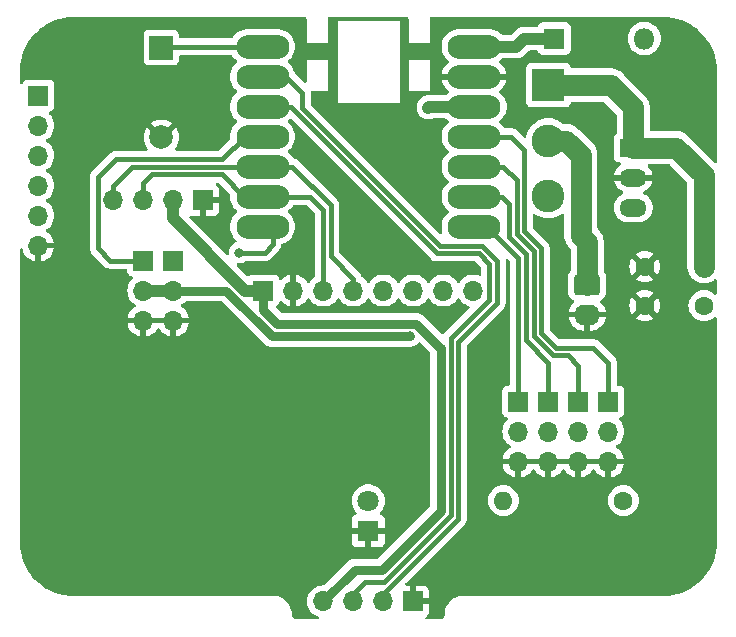
<source format=gbr>
%TF.GenerationSoftware,KiCad,Pcbnew,8.0.8*%
%TF.CreationDate,2025-02-10T09:37:57+01:00*%
%TF.ProjectId,Otto-ESP32-XIAO-Lite,4f74746f-2d45-4535-9033-322d5849414f,1.0*%
%TF.SameCoordinates,Original*%
%TF.FileFunction,Copper,L1,Top*%
%TF.FilePolarity,Positive*%
%FSLAX46Y46*%
G04 Gerber Fmt 4.6, Leading zero omitted, Abs format (unit mm)*
G04 Created by KiCad (PCBNEW 8.0.8) date 2025-02-10 09:37:57*
%MOMM*%
%LPD*%
G01*
G04 APERTURE LIST*
G04 Aperture macros list*
%AMRoundRect*
0 Rectangle with rounded corners*
0 $1 Rounding radius*
0 $2 $3 $4 $5 $6 $7 $8 $9 X,Y pos of 4 corners*
0 Add a 4 corners polygon primitive as box body*
4,1,4,$2,$3,$4,$5,$6,$7,$8,$9,$2,$3,0*
0 Add four circle primitives for the rounded corners*
1,1,$1+$1,$2,$3*
1,1,$1+$1,$4,$5*
1,1,$1+$1,$6,$7*
1,1,$1+$1,$8,$9*
0 Add four rect primitives between the rounded corners*
20,1,$1+$1,$2,$3,$4,$5,0*
20,1,$1+$1,$4,$5,$6,$7,0*
20,1,$1+$1,$6,$7,$8,$9,0*
20,1,$1+$1,$8,$9,$2,$3,0*%
G04 Aperture macros list end*
%TA.AperFunction,ComponentPad*%
%ADD10R,1.700000X1.700000*%
%TD*%
%TA.AperFunction,ComponentPad*%
%ADD11O,1.700000X1.700000*%
%TD*%
%TA.AperFunction,ComponentPad*%
%ADD12R,1.800000X1.800000*%
%TD*%
%TA.AperFunction,ComponentPad*%
%ADD13O,1.800000X1.800000*%
%TD*%
%TA.AperFunction,ComponentPad*%
%ADD14C,1.600000*%
%TD*%
%TA.AperFunction,ComponentPad*%
%ADD15O,1.600000X1.600000*%
%TD*%
%TA.AperFunction,ComponentPad*%
%ADD16RoundRect,0.250000X-0.845000X0.620000X-0.845000X-0.620000X0.845000X-0.620000X0.845000X0.620000X0*%
%TD*%
%TA.AperFunction,ComponentPad*%
%ADD17O,2.190000X1.740000*%
%TD*%
%TA.AperFunction,ComponentPad*%
%ADD18R,2.300000X1.500000*%
%TD*%
%TA.AperFunction,ComponentPad*%
%ADD19O,2.300000X1.500000*%
%TD*%
%TA.AperFunction,SMDPad,CuDef*%
%ADD20RoundRect,1.000000X-1.250000X-0.000010X1.250000X-0.000010X1.250000X0.000010X-1.250000X0.000010X0*%
%TD*%
%TA.AperFunction,ComponentPad*%
%ADD21C,1.800000*%
%TD*%
%TA.AperFunction,ComponentPad*%
%ADD22R,2.775000X2.775000*%
%TD*%
%TA.AperFunction,ComponentPad*%
%ADD23C,2.775000*%
%TD*%
%TA.AperFunction,ComponentPad*%
%ADD24R,2.000000X2.000000*%
%TD*%
%TA.AperFunction,ComponentPad*%
%ADD25C,2.000000*%
%TD*%
%TA.AperFunction,ViaPad*%
%ADD26C,0.800000*%
%TD*%
%TA.AperFunction,Conductor*%
%ADD27C,0.800000*%
%TD*%
%TA.AperFunction,Conductor*%
%ADD28C,1.000000*%
%TD*%
%TA.AperFunction,Conductor*%
%ADD29C,0.400000*%
%TD*%
%TA.AperFunction,Conductor*%
%ADD30C,0.200000*%
%TD*%
%TA.AperFunction,Conductor*%
%ADD31C,1.800000*%
%TD*%
G04 APERTURE END LIST*
D10*
%TO.P,J5,1,Pin_1*%
%TO.N,Servo-5*%
X56916346Y-90126000D03*
D11*
%TO.P,J5,2,Pin_2*%
%TO.N,+5V*%
X56916346Y-92666000D03*
%TO.P,J5,3,Pin_3*%
%TO.N,GND*%
X56916346Y-95206000D03*
%TD*%
D10*
%TO.P,J8,1,Pin_1*%
%TO.N,+5V*%
X45486346Y-76156000D03*
D11*
%TO.P,J8,2,Pin_2*%
%TO.N,+3.3V*%
X45486346Y-78696000D03*
%TO.P,J8,3,Pin_3*%
%TO.N,SDA*%
X45486346Y-81236000D03*
%TO.P,J8,4,Pin_4*%
%TO.N,SCL*%
X45486346Y-83776000D03*
%TO.P,J8,5,Pin_5*%
%TO.N,unconnected-(J8-Pin_5-Pad5)*%
X45486346Y-86316000D03*
%TO.P,J8,6,Pin_6*%
%TO.N,GND*%
X45486346Y-88856000D03*
%TD*%
D12*
%TO.P,D4,1,K*%
%TO.N,Net-(D4-K)*%
X89174346Y-71330000D03*
D13*
%TO.P,D4,2,A*%
%TO.N,+5V*%
X96794346Y-71330000D03*
%TD*%
D10*
%TO.P,J4,1,Pin_1*%
%TO.N,Servo-4*%
X86126346Y-102064000D03*
D11*
%TO.P,J4,2,Pin_2*%
%TO.N,+5V*%
X86126346Y-104604000D03*
%TO.P,J4,3,Pin_3*%
%TO.N,GND*%
X86126346Y-107144000D03*
%TD*%
D14*
%TO.P,C3,1*%
%TO.N,+BATT*%
X101834346Y-90634000D03*
%TO.P,C3,2*%
%TO.N,GND*%
X96834346Y-90634000D03*
%TD*%
%TO.P,R1,1*%
%TO.N,+5V*%
X95016346Y-110446000D03*
D15*
%TO.P,R1,2*%
%TO.N,Net-(D1-A)*%
X84856346Y-110446000D03*
%TD*%
D10*
%TO.P,J6,1,Pin_1*%
%TO.N,Servo-6*%
X54376346Y-90126000D03*
D11*
%TO.P,J6,2,Pin_2*%
%TO.N,+5V*%
X54376346Y-92666000D03*
%TO.P,J6,3,Pin_3*%
%TO.N,GND*%
X54376346Y-95206000D03*
%TD*%
D16*
%TO.P,J10,1,Pin_1*%
%TO.N,Net-(J10-Pin_1)*%
X91955312Y-92158000D03*
D17*
%TO.P,J10,2,Pin_2*%
%TO.N,GND*%
X91955312Y-94698000D03*
%TD*%
D18*
%TO.P,U2,1,IN*%
%TO.N,+BATT*%
X95856846Y-80567000D03*
D19*
%TO.P,U2,2,GND*%
%TO.N,GND*%
X95856846Y-83107000D03*
%TO.P,U2,3,OUT*%
%TO.N,+5V*%
X95856846Y-85646999D03*
%TD*%
D10*
%TO.P,J2,1,Pin_1*%
%TO.N,Servo-2*%
X91206346Y-102064000D03*
D11*
%TO.P,J2,2,Pin_2*%
%TO.N,+5V*%
X91206346Y-104604000D03*
%TO.P,J2,3,Pin_3*%
%TO.N,GND*%
X91206346Y-107144000D03*
%TD*%
D10*
%TO.P,J3,1,Pin_1*%
%TO.N,Servo-3*%
X88666346Y-102064000D03*
D11*
%TO.P,J3,2,Pin_2*%
%TO.N,+5V*%
X88666346Y-104604000D03*
%TO.P,J3,3,Pin_3*%
%TO.N,GND*%
X88666346Y-107144000D03*
%TD*%
D10*
%TO.P,J1,1,Pin_1*%
%TO.N,Servo-1*%
X93746346Y-102064000D03*
D11*
%TO.P,J1,2,Pin_2*%
%TO.N,+5V*%
X93746346Y-104604000D03*
%TO.P,J1,3,Pin_3*%
%TO.N,GND*%
X93746346Y-107144000D03*
%TD*%
D20*
%TO.P,U1,1,PA02_A0_D0*%
%TO.N,Buzzer*%
X64468846Y-72015250D03*
%TO.P,U1,2,PA4_A1_D1*%
%TO.N,Echo*%
X64468846Y-74555250D03*
%TO.P,U1,3,PA10_A2_D2*%
%TO.N,Trig*%
X64468846Y-77095250D03*
%TO.P,U1,4,PA11_A3_D3*%
%TO.N,Servo-6*%
X64468846Y-79635250D03*
%TO.P,U1,5,PA8_A4_D4_SDA*%
%TO.N,SDA*%
X64468846Y-82175250D03*
%TO.P,U1,6,PA9_A5_D5_SCL*%
%TO.N,SCL*%
X64468846Y-84715250D03*
%TO.P,U1,7,PB08_A6_D6_TX*%
%TO.N,Servo-5*%
X64468846Y-87255250D03*
%TO.P,U1,8,PB09_A7_D7_RX*%
%TO.N,Servo-4*%
X82383846Y-87255250D03*
%TO.P,U1,9,PA7_A8_D8_SCK*%
%TO.N,Servo-3*%
X82383846Y-84715250D03*
%TO.P,U1,10,PA5_A9_D9_MISO*%
%TO.N,Servo-2*%
X82383846Y-82175250D03*
%TO.P,U1,11,PA6_A10_D10_MOSI*%
%TO.N,Servo-1*%
X82383846Y-79635250D03*
%TO.P,U1,12,3V3*%
%TO.N,+3.3V*%
X82383846Y-77095250D03*
%TO.P,U1,13,GND*%
%TO.N,GND*%
X82383846Y-74555250D03*
%TO.P,U1,14,5V*%
%TO.N,Net-(D4-K)*%
X82383846Y-72015250D03*
%TD*%
D10*
%TO.P,J13,1,Pin_1*%
%TO.N,+3.3V*%
X64536345Y-92666000D03*
D11*
%TO.P,J13,2,Pin_2*%
%TO.N,GND*%
X67076345Y-92666000D03*
%TO.P,J13,3,Pin_3*%
%TO.N,SCL*%
X69616344Y-92666000D03*
%TO.P,J13,4,Pin_4*%
%TO.N,SDA*%
X72156345Y-92666000D03*
%TO.P,J13,5,Pin_5*%
%TO.N,unconnected-(J13-Pin_5-Pad5)*%
X74696345Y-92666000D03*
%TO.P,J13,6,Pin_6*%
%TO.N,unconnected-(J13-Pin_6-Pad6)*%
X77236345Y-92666000D03*
%TO.P,J13,7,Pin_7*%
%TO.N,unconnected-(J13-Pin_7-Pad7)*%
X79776345Y-92666000D03*
%TO.P,J13,8,Pin_8*%
%TO.N,unconnected-(J13-Pin_8-Pad8)*%
X82316346Y-92666000D03*
%TD*%
D14*
%TO.P,C4,1*%
%TO.N,+5V*%
X101834346Y-93936000D03*
%TO.P,C4,2*%
%TO.N,GND*%
X96834346Y-93936000D03*
%TD*%
D12*
%TO.P,D1,1,K*%
%TO.N,GND*%
X73426346Y-113016000D03*
D21*
%TO.P,D1,2,A*%
%TO.N,Net-(D1-A)*%
X73426346Y-110476000D03*
%TD*%
D10*
%TO.P,J12,1,Pin_1*%
%TO.N,GND*%
X59446346Y-85021000D03*
D11*
%TO.P,J12,2,Pin_2*%
%TO.N,+3.3V*%
X56906346Y-85021000D03*
%TO.P,J12,3,Pin_3*%
%TO.N,SCL*%
X54366347Y-85021000D03*
%TO.P,J12,4,Pin_4*%
%TO.N,SDA*%
X51826346Y-85021000D03*
%TD*%
D10*
%TO.P,J7,1,Pin_1*%
%TO.N,GND*%
X77226346Y-118991000D03*
D11*
%TO.P,J7,2,Pin_2*%
%TO.N,Echo*%
X74686346Y-118991000D03*
%TO.P,J7,3,Pin_3*%
%TO.N,Trig*%
X72146346Y-118991000D03*
%TO.P,J7,4,Pin_4*%
%TO.N,+3.3V*%
X69606346Y-118991000D03*
%TD*%
D22*
%TO.P,SW1,1,A*%
%TO.N,+BATT*%
X88666346Y-75266000D03*
D23*
%TO.P,SW1,2,B*%
%TO.N,Net-(J10-Pin_1)*%
X88666346Y-79966000D03*
%TO.P,SW1,3,C*%
%TO.N,unconnected-(SW1-C-Pad3)*%
X88666346Y-84666000D03*
%TD*%
D24*
%TO.P,BZ1,1,+*%
%TO.N,Buzzer*%
X55900346Y-72092000D03*
D25*
%TO.P,BZ1,2,-*%
%TO.N,GND*%
X55900346Y-79692000D03*
%TD*%
D26*
%TO.N,GND*%
X72410346Y-85808000D03*
X72410346Y-84792000D03*
X71394346Y-85808000D03*
X73426346Y-85808000D03*
X61234346Y-85808000D03*
X71394346Y-84792000D03*
X61234346Y-87332000D03*
%TO.N,+5V*%
X76982346Y-96510000D03*
%TO.N,Servo-5*%
X62504346Y-89452000D03*
%TO.N,+3.3V*%
X78506346Y-77172000D03*
%TD*%
D27*
%TO.N,+5V*%
X65230000Y-96510000D02*
X61386000Y-92666000D01*
D28*
X54376346Y-92666000D02*
X56916346Y-92666000D01*
D27*
X76982346Y-96510000D02*
X65230000Y-96510000D01*
X61386000Y-92666000D02*
X56916346Y-92666000D01*
D29*
%TO.N,Buzzer*%
X55977096Y-72015250D02*
X55900346Y-72092000D01*
X65343846Y-72015250D02*
X55977096Y-72015250D01*
%TO.N,Servo-1*%
X88076346Y-96236762D02*
X89331584Y-97492000D01*
X85541596Y-79635250D02*
X86634346Y-80728000D01*
X89331584Y-97492000D02*
X92476346Y-97492000D01*
X93746346Y-98762000D02*
X93746346Y-102064000D01*
X92476346Y-97492000D02*
X93746346Y-98762000D01*
X88076346Y-89064286D02*
X88076346Y-96236762D01*
D30*
X81508846Y-79635250D02*
X81508846Y-79894986D01*
D29*
X86634346Y-87622286D02*
X88076346Y-89064286D01*
X86634346Y-80728000D02*
X86634346Y-87622286D01*
X81508846Y-79635250D02*
X85541596Y-79635250D01*
%TO.N,Servo-2*%
X87426346Y-96506001D02*
X87426346Y-89333524D01*
X90332346Y-98142000D02*
X89062345Y-98142000D01*
X91206346Y-102064000D02*
X91206346Y-99016000D01*
X91206346Y-99016000D02*
X90332346Y-98142000D01*
X89062345Y-98142000D02*
X87426346Y-96506001D01*
X84863429Y-82175250D02*
X81508846Y-82175250D01*
X85980369Y-87887547D02*
X85980369Y-83292190D01*
X85980369Y-83292190D02*
X84863429Y-82175250D01*
X87426346Y-89333524D02*
X85980369Y-87887547D01*
%TO.N,Servo-3*%
X86776346Y-96872000D02*
X88666346Y-98762000D01*
X84705776Y-84715250D02*
X85330369Y-85339843D01*
X88666346Y-98762000D02*
X88666346Y-102064000D01*
X86776346Y-89602762D02*
X86776346Y-96872000D01*
X81508846Y-84715250D02*
X84705776Y-84715250D01*
X85330369Y-88156785D02*
X86776346Y-89602762D01*
X85330369Y-85339843D02*
X85330369Y-88156785D01*
%TO.N,Servo-4*%
X81508846Y-87255250D02*
X83509596Y-87255250D01*
X86126346Y-89872000D02*
X86126346Y-102064000D01*
X83509596Y-87255250D02*
X86126346Y-89872000D01*
%TO.N,Servo-5*%
X64656846Y-89452000D02*
X65343846Y-88765000D01*
X62504346Y-89452000D02*
X64656846Y-89452000D01*
X65343846Y-88765000D02*
X65343846Y-87255250D01*
D27*
%TO.N,+3.3V*%
X79546346Y-97492000D02*
X79522346Y-97492000D01*
D28*
X64536345Y-92666000D02*
X63012346Y-92666000D01*
D27*
X79522346Y-97492000D02*
X77490346Y-95460000D01*
D28*
X78506346Y-77172000D02*
X78583096Y-77095250D01*
D27*
X72309346Y-116288000D02*
X74607026Y-116288000D01*
X79546346Y-111348680D02*
X79546346Y-97492000D01*
X77490346Y-95460000D02*
X65664924Y-95460000D01*
X74607026Y-116288000D02*
X79546346Y-111348680D01*
D28*
X78583096Y-77095250D02*
X81508846Y-77095250D01*
D27*
X65664924Y-95460000D02*
X64536345Y-94331421D01*
X69606346Y-118991000D02*
X72309346Y-116288000D01*
D28*
X63012346Y-92666000D02*
X56906346Y-86560000D01*
D27*
X64536345Y-94331421D02*
X64536345Y-92666000D01*
D28*
X56906346Y-86560000D02*
X56906346Y-85021000D01*
D29*
%TO.N,Echo*%
X66491596Y-74555250D02*
X65343846Y-74555250D01*
X81046346Y-111970000D02*
X81046346Y-96984000D01*
X74686346Y-118991000D02*
X74686346Y-118330000D01*
X83078346Y-88856000D02*
X79522346Y-88856000D01*
X67838346Y-77172000D02*
X67838346Y-75902000D01*
X79522346Y-88856000D02*
X67838346Y-77172000D01*
X81046346Y-96984000D02*
X84348346Y-93682000D01*
X74686346Y-118330000D02*
X81046346Y-111970000D01*
X84348346Y-90126000D02*
X83078346Y-88856000D01*
X84348346Y-93682000D02*
X84348346Y-90126000D01*
X67838346Y-75902000D02*
X66491596Y-74555250D01*
%TO.N,Trig*%
X66842358Y-77095250D02*
X79253108Y-89506000D01*
X79253108Y-89506000D02*
X82809108Y-89506000D01*
X83683108Y-90380000D02*
X83683108Y-93428000D01*
X83683108Y-93428000D02*
X80777107Y-96334000D01*
X80396346Y-111700762D02*
X74793108Y-117304000D01*
X65343846Y-77095250D02*
X66842358Y-77095250D01*
X80777107Y-96334000D02*
X80396346Y-96714761D01*
X82809108Y-89506000D02*
X83683108Y-90380000D01*
X73172346Y-117304000D02*
X72146346Y-118330000D01*
X72146346Y-118330000D02*
X72146346Y-118991000D01*
X74793108Y-117304000D02*
X73172346Y-117304000D01*
X80396346Y-96714761D02*
X80396346Y-111700762D01*
%TO.N,SCL*%
X68523596Y-84715250D02*
X69616344Y-85807998D01*
X61045596Y-82825250D02*
X55073096Y-82825250D01*
X62935596Y-84715250D02*
X61045596Y-82825250D01*
X65343846Y-84715250D02*
X68523596Y-84715250D01*
X55073096Y-82825250D02*
X54366347Y-83531999D01*
X54366347Y-83531999D02*
X54366347Y-85021000D01*
X65343846Y-84715250D02*
X62935596Y-84715250D01*
X69616344Y-85807998D02*
X69616344Y-92666000D01*
%TO.N,SDA*%
X65343846Y-82175250D02*
X53437096Y-82175250D01*
X70266344Y-89759998D02*
X72156345Y-91649999D01*
X70266344Y-85441998D02*
X70266344Y-89759998D01*
X65343846Y-82175250D02*
X66999596Y-82175250D01*
X72156345Y-91649999D02*
X72156345Y-92666000D01*
X66999596Y-82175250D02*
X70266344Y-85441998D01*
X53437096Y-82175250D02*
X51826346Y-83786000D01*
X51826346Y-83786000D02*
X51826346Y-85021000D01*
D31*
%TO.N,+BATT*%
X101834346Y-82906000D02*
X99495346Y-80567000D01*
X95856846Y-77163475D02*
X95856846Y-80567000D01*
X93959371Y-75266000D02*
X95856846Y-77163475D01*
X93959371Y-75266000D02*
X93965720Y-75259651D01*
X88666346Y-75266000D02*
X93959371Y-75266000D01*
X101834346Y-90634000D02*
X101834346Y-82906000D01*
X99495346Y-80567000D02*
X95856846Y-80567000D01*
%TO.N,Net-(J10-Pin_1)*%
X91426346Y-88016000D02*
X91426346Y-81202000D01*
X91955312Y-92158000D02*
X91955312Y-88544966D01*
X91955312Y-88544966D02*
X91426346Y-88016000D01*
X90190346Y-79966000D02*
X88666346Y-79966000D01*
X91426346Y-81202000D02*
X90190346Y-79966000D01*
D28*
%TO.N,Net-(D4-K)*%
X89174346Y-71330000D02*
X86634346Y-71330000D01*
X85949096Y-72015250D02*
X81508846Y-72015250D01*
X86634346Y-71330000D02*
X85949096Y-72015250D01*
D29*
%TO.N,Servo-6*%
X65343846Y-79635250D02*
X62962096Y-79635250D01*
X61072096Y-81525250D02*
X52055096Y-81525250D01*
X62962096Y-79635250D02*
X61072096Y-81525250D01*
X51582346Y-90126000D02*
X54376346Y-90126000D01*
X50526346Y-89070000D02*
X51582346Y-90126000D01*
X52055096Y-81525250D02*
X50526346Y-83054000D01*
X50526346Y-83054000D02*
X50526346Y-89070000D01*
%TD*%
%TA.AperFunction,Conductor*%
%TO.N,GND*%
G36*
X68134885Y-69536185D02*
G01*
X68180640Y-69588989D01*
X68191846Y-69640500D01*
X68191846Y-71720250D01*
X69969846Y-71720250D01*
X69969846Y-69640500D01*
X69989531Y-69573461D01*
X70042335Y-69527706D01*
X70093846Y-69516500D01*
X76703846Y-69516500D01*
X76770885Y-69536185D01*
X76816640Y-69588989D01*
X76827846Y-69640500D01*
X76827846Y-71720250D01*
X78605846Y-71720250D01*
X78605846Y-69640500D01*
X78625531Y-69573461D01*
X78678335Y-69527706D01*
X78729846Y-69516500D01*
X98360449Y-69516500D01*
X98423633Y-69516500D01*
X98429043Y-69516618D01*
X98813107Y-69533389D01*
X98823846Y-69534329D01*
X99202315Y-69584159D01*
X99212945Y-69586034D01*
X99585608Y-69668655D01*
X99596030Y-69671446D01*
X99960084Y-69786235D01*
X99970250Y-69789935D01*
X100322903Y-69936012D01*
X100332707Y-69940584D01*
X100671280Y-70116836D01*
X100680627Y-70122232D01*
X101002569Y-70327336D01*
X101011421Y-70333534D01*
X101314246Y-70565903D01*
X101322521Y-70572846D01*
X101420461Y-70662592D01*
X101603950Y-70830730D01*
X101611599Y-70838379D01*
X101869474Y-71119803D01*
X101876427Y-71128090D01*
X101964033Y-71242261D01*
X102049755Y-71353977D01*
X102108785Y-71430906D01*
X102114990Y-71439767D01*
X102320082Y-71761701D01*
X102325490Y-71771069D01*
X102501737Y-72109638D01*
X102506302Y-72119426D01*
X102652380Y-72472093D01*
X102656077Y-72482249D01*
X102770856Y-72846284D01*
X102773656Y-72856733D01*
X102856272Y-73229393D01*
X102858150Y-73240046D01*
X102907971Y-73618475D01*
X102908914Y-73629249D01*
X102920472Y-73893980D01*
X102925728Y-74014342D01*
X102925846Y-74019751D01*
X102925846Y-81717532D01*
X102906161Y-81784571D01*
X102853357Y-81830326D01*
X102784199Y-81840270D01*
X102720643Y-81811245D01*
X102714165Y-81805213D01*
X100567928Y-79658976D01*
X100567919Y-79658966D01*
X100535127Y-79626174D01*
X100407711Y-79498758D01*
X100407707Y-79498755D01*
X100407703Y-79498751D01*
X100229371Y-79369187D01*
X100229370Y-79369186D01*
X100229368Y-79369185D01*
X100166442Y-79337122D01*
X100032952Y-79269104D01*
X100032949Y-79269103D01*
X99823298Y-79200985D01*
X99688831Y-79179687D01*
X99605568Y-79166499D01*
X99385124Y-79166499D01*
X99380013Y-79166499D01*
X99379989Y-79166500D01*
X97381346Y-79166500D01*
X97314307Y-79146815D01*
X97268552Y-79094011D01*
X97257346Y-79042500D01*
X97257346Y-77278832D01*
X97257347Y-77278807D01*
X97257347Y-77053254D01*
X97250879Y-77012418D01*
X97222861Y-76835524D01*
X97211400Y-76800250D01*
X97209303Y-76793795D01*
X97209297Y-76793780D01*
X97154743Y-76625874D01*
X97154741Y-76625868D01*
X97108043Y-76534220D01*
X97054661Y-76429453D01*
X96973767Y-76318111D01*
X96925094Y-76251117D01*
X96925090Y-76251113D01*
X96925088Y-76251110D01*
X96769211Y-76095233D01*
X96769210Y-76095232D01*
X96766099Y-76092121D01*
X96766084Y-76092107D01*
X95074599Y-74400622D01*
X95061963Y-74385828D01*
X95033962Y-74347287D01*
X94878084Y-74191409D01*
X94699742Y-74061836D01*
X94503326Y-73961755D01*
X94503323Y-73961754D01*
X94293672Y-73893636D01*
X94184806Y-73876393D01*
X94075942Y-73859150D01*
X93855498Y-73859150D01*
X93825048Y-73863973D01*
X93805650Y-73865500D01*
X90668377Y-73865500D01*
X90601338Y-73845815D01*
X90555583Y-73793011D01*
X90549254Y-73774548D01*
X90497643Y-73636171D01*
X90497639Y-73636164D01*
X90411393Y-73520955D01*
X90411390Y-73520952D01*
X90296181Y-73434706D01*
X90296174Y-73434702D01*
X90161328Y-73384408D01*
X90161329Y-73384408D01*
X90101729Y-73378001D01*
X90101727Y-73378000D01*
X90101719Y-73378000D01*
X90101710Y-73378000D01*
X87230975Y-73378000D01*
X87230969Y-73378001D01*
X87171362Y-73384408D01*
X87036517Y-73434702D01*
X87036510Y-73434706D01*
X86921301Y-73520952D01*
X86921298Y-73520955D01*
X86835052Y-73636164D01*
X86835048Y-73636171D01*
X86784754Y-73771017D01*
X86778347Y-73830616D01*
X86778346Y-73830635D01*
X86778346Y-76701370D01*
X86778347Y-76701376D01*
X86784754Y-76760983D01*
X86835048Y-76895828D01*
X86835052Y-76895835D01*
X86921298Y-77011044D01*
X86921301Y-77011047D01*
X87036510Y-77097293D01*
X87036517Y-77097297D01*
X87171363Y-77147591D01*
X87171362Y-77147591D01*
X87178290Y-77148335D01*
X87230973Y-77154000D01*
X90101718Y-77153999D01*
X90161329Y-77147591D01*
X90296177Y-77097296D01*
X90411392Y-77011046D01*
X90497642Y-76895831D01*
X90547937Y-76760983D01*
X90547936Y-76760983D01*
X90550648Y-76753715D01*
X90552101Y-76754257D01*
X90582270Y-76701272D01*
X90644180Y-76668884D01*
X90668377Y-76666500D01*
X93327903Y-76666500D01*
X93394942Y-76686185D01*
X93415584Y-76702819D01*
X94420027Y-77707262D01*
X94453512Y-77768585D01*
X94456346Y-77794943D01*
X94456346Y-79317249D01*
X94436661Y-79384288D01*
X94406658Y-79416515D01*
X94349303Y-79459451D01*
X94349297Y-79459457D01*
X94263052Y-79574664D01*
X94263048Y-79574671D01*
X94212754Y-79709517D01*
X94206347Y-79769116D01*
X94206346Y-79769135D01*
X94206346Y-81364870D01*
X94206347Y-81364876D01*
X94212754Y-81424483D01*
X94263048Y-81559328D01*
X94263052Y-81559335D01*
X94349298Y-81674544D01*
X94349301Y-81674547D01*
X94464510Y-81760793D01*
X94464517Y-81760797D01*
X94509464Y-81777561D01*
X94599363Y-81811091D01*
X94658973Y-81817500D01*
X94723431Y-81817499D01*
X94790468Y-81837183D01*
X94836224Y-81889986D01*
X94846168Y-81959144D01*
X94817144Y-82022700D01*
X94796317Y-82041816D01*
X94642526Y-82153553D01*
X94503401Y-82292678D01*
X94387750Y-82451856D01*
X94298427Y-82627162D01*
X94237627Y-82814283D01*
X94230862Y-82857000D01*
X95423834Y-82857000D01*
X95390921Y-82914007D01*
X95356846Y-83041174D01*
X95356846Y-83172826D01*
X95390921Y-83299993D01*
X95423834Y-83357000D01*
X94230862Y-83357000D01*
X94237627Y-83399716D01*
X94298427Y-83586837D01*
X94387750Y-83762143D01*
X94503401Y-83921321D01*
X94642524Y-84060444D01*
X94801704Y-84176097D01*
X94978608Y-84266233D01*
X95029405Y-84314207D01*
X95046200Y-84382028D01*
X95023663Y-84448163D01*
X94978609Y-84487203D01*
X94801440Y-84577475D01*
X94710587Y-84643484D01*
X94642200Y-84693171D01*
X94642198Y-84693173D01*
X94642197Y-84693173D01*
X94503020Y-84832350D01*
X94503020Y-84832351D01*
X94503018Y-84832353D01*
X94457502Y-84895000D01*
X94387322Y-84991593D01*
X94297963Y-85166969D01*
X94237136Y-85354172D01*
X94206346Y-85548576D01*
X94206346Y-85745421D01*
X94237136Y-85939825D01*
X94297963Y-86127028D01*
X94383499Y-86294901D01*
X94387322Y-86302404D01*
X94503018Y-86461645D01*
X94642200Y-86600827D01*
X94801441Y-86716523D01*
X94884301Y-86758742D01*
X94976816Y-86805881D01*
X94976818Y-86805881D01*
X94976821Y-86805883D01*
X95077163Y-86838486D01*
X95164019Y-86866708D01*
X95358424Y-86897499D01*
X95358429Y-86897499D01*
X96355268Y-86897499D01*
X96549672Y-86866708D01*
X96595455Y-86851832D01*
X96736871Y-86805883D01*
X96912251Y-86716523D01*
X97071492Y-86600827D01*
X97210674Y-86461645D01*
X97326370Y-86302404D01*
X97415730Y-86127024D01*
X97476555Y-85939825D01*
X97484347Y-85890628D01*
X97507346Y-85745421D01*
X97507346Y-85548576D01*
X97476555Y-85354172D01*
X97415728Y-85166969D01*
X97354091Y-85046000D01*
X97326370Y-84991594D01*
X97210674Y-84832353D01*
X97071492Y-84693171D01*
X96912251Y-84577475D01*
X96868288Y-84555075D01*
X96735082Y-84487203D01*
X96684286Y-84439228D01*
X96667491Y-84371407D01*
X96690028Y-84305273D01*
X96735083Y-84266233D01*
X96911987Y-84176097D01*
X97071167Y-84060444D01*
X97210290Y-83921321D01*
X97325941Y-83762143D01*
X97415264Y-83586837D01*
X97476064Y-83399716D01*
X97482830Y-83357000D01*
X96289858Y-83357000D01*
X96322771Y-83299993D01*
X96356846Y-83172826D01*
X96356846Y-83041174D01*
X96322771Y-82914007D01*
X96289858Y-82857000D01*
X97482830Y-82857000D01*
X97476064Y-82814283D01*
X97415264Y-82627162D01*
X97325941Y-82451856D01*
X97210290Y-82292678D01*
X97096793Y-82179181D01*
X97063308Y-82117858D01*
X97068292Y-82048166D01*
X97110164Y-81992233D01*
X97175628Y-81967816D01*
X97184474Y-81967500D01*
X98863878Y-81967500D01*
X98930917Y-81987185D01*
X98951559Y-82003819D01*
X100397527Y-83449787D01*
X100431012Y-83511110D01*
X100433846Y-83537468D01*
X100433846Y-90744222D01*
X100434251Y-90746777D01*
X100468331Y-90961952D01*
X100536449Y-91171603D01*
X100536450Y-91171606D01*
X100576455Y-91250118D01*
X100618964Y-91333546D01*
X100636533Y-91368025D01*
X100766098Y-91546358D01*
X100766102Y-91546363D01*
X100921982Y-91702243D01*
X100921987Y-91702247D01*
X101049542Y-91794920D01*
X101100324Y-91831815D01*
X101228721Y-91897237D01*
X101296739Y-91931895D01*
X101296742Y-91931896D01*
X101401567Y-91965955D01*
X101506395Y-92000015D01*
X101724124Y-92034500D01*
X101724125Y-92034500D01*
X101944567Y-92034500D01*
X101944568Y-92034500D01*
X102162297Y-92000015D01*
X102371952Y-91931895D01*
X102568368Y-91831815D01*
X102656026Y-91768128D01*
X102728961Y-91715139D01*
X102794767Y-91691659D01*
X102862821Y-91707485D01*
X102911516Y-91757591D01*
X102925846Y-91815457D01*
X102925846Y-92888951D01*
X102906161Y-92955990D01*
X102853357Y-93001745D01*
X102784199Y-93011689D01*
X102720643Y-92982664D01*
X102714165Y-92976632D01*
X102673487Y-92935954D01*
X102487080Y-92805432D01*
X102487078Y-92805431D01*
X102280843Y-92709261D01*
X102280834Y-92709258D01*
X102061043Y-92650366D01*
X102061039Y-92650365D01*
X102061038Y-92650365D01*
X102061037Y-92650364D01*
X102061032Y-92650364D01*
X101834348Y-92630532D01*
X101834344Y-92630532D01*
X101607659Y-92650364D01*
X101607648Y-92650366D01*
X101387857Y-92709258D01*
X101387848Y-92709261D01*
X101181613Y-92805431D01*
X101181611Y-92805432D01*
X100995204Y-92935954D01*
X100834300Y-93096858D01*
X100703778Y-93283265D01*
X100703777Y-93283267D01*
X100607607Y-93489502D01*
X100607604Y-93489511D01*
X100548712Y-93709302D01*
X100548710Y-93709313D01*
X100528878Y-93935998D01*
X100528878Y-93936001D01*
X100548710Y-94162686D01*
X100548712Y-94162697D01*
X100607604Y-94382488D01*
X100607607Y-94382497D01*
X100703777Y-94588732D01*
X100703778Y-94588734D01*
X100834300Y-94775141D01*
X100995204Y-94936045D01*
X100995207Y-94936047D01*
X101181612Y-95066568D01*
X101387850Y-95162739D01*
X101607654Y-95221635D01*
X101769576Y-95235801D01*
X101834344Y-95241468D01*
X101834346Y-95241468D01*
X101834348Y-95241468D01*
X101891019Y-95236509D01*
X102061038Y-95221635D01*
X102280842Y-95162739D01*
X102487080Y-95066568D01*
X102673485Y-94936047D01*
X102681871Y-94927661D01*
X102714165Y-94895368D01*
X102775488Y-94861883D01*
X102845180Y-94866867D01*
X102901113Y-94908739D01*
X102925530Y-94974203D01*
X102925846Y-94983049D01*
X102925846Y-114013293D01*
X102925728Y-114018702D01*
X102908960Y-114402753D01*
X102908017Y-114413529D01*
X102858196Y-114791958D01*
X102856318Y-114802612D01*
X102773699Y-115175281D01*
X102770899Y-115185729D01*
X102656121Y-115549762D01*
X102652421Y-115559927D01*
X102506350Y-115912576D01*
X102501778Y-115922381D01*
X102325527Y-116260958D01*
X102320119Y-116270326D01*
X102115028Y-116592257D01*
X102108823Y-116601118D01*
X101876462Y-116903938D01*
X101869509Y-116912225D01*
X101611631Y-117193653D01*
X101603982Y-117201302D01*
X101322557Y-117459183D01*
X101314270Y-117466136D01*
X101011452Y-117698499D01*
X101002591Y-117704704D01*
X100680665Y-117909796D01*
X100671296Y-117915205D01*
X100332720Y-118091459D01*
X100322917Y-118096031D01*
X99970269Y-118242106D01*
X99960104Y-118245806D01*
X99596064Y-118360591D01*
X99585614Y-118363391D01*
X99212954Y-118446010D01*
X99202301Y-118447888D01*
X98823868Y-118497713D01*
X98813092Y-118498656D01*
X98430096Y-118515382D01*
X98424686Y-118515500D01*
X81352862Y-118515500D01*
X81352207Y-118515541D01*
X81319051Y-118515541D01*
X81106599Y-118546078D01*
X81106595Y-118546079D01*
X81106589Y-118546080D01*
X80900656Y-118606539D01*
X80705418Y-118695692D01*
X80705410Y-118695697D01*
X80524848Y-118811731D01*
X80524844Y-118811734D01*
X80362631Y-118952284D01*
X80222074Y-119114489D01*
X80222070Y-119114494D01*
X80106034Y-119295043D01*
X80106031Y-119295047D01*
X80016864Y-119490289D01*
X79956394Y-119696226D01*
X79956393Y-119696231D01*
X79956393Y-119696232D01*
X79926397Y-119904854D01*
X79925846Y-119908684D01*
X79925846Y-120009039D01*
X79925066Y-120022923D01*
X79914886Y-120113270D01*
X79908708Y-120140340D01*
X79880991Y-120219553D01*
X79868944Y-120244568D01*
X79824299Y-120315624D01*
X79806987Y-120337334D01*
X79747652Y-120396672D01*
X79725943Y-120413985D01*
X79654888Y-120458634D01*
X79629873Y-120470682D01*
X79550667Y-120498401D01*
X79523598Y-120504581D01*
X79446792Y-120513238D01*
X79433650Y-120514720D01*
X79419762Y-120515500D01*
X78380949Y-120515500D01*
X78313910Y-120495815D01*
X78268155Y-120443011D01*
X78258211Y-120373853D01*
X78287236Y-120310297D01*
X78311898Y-120290421D01*
X78311335Y-120289669D01*
X78433533Y-120198190D01*
X78433536Y-120198187D01*
X78519696Y-120083093D01*
X78519700Y-120083086D01*
X78569942Y-119948379D01*
X78569944Y-119948372D01*
X78576345Y-119888844D01*
X78576346Y-119888827D01*
X78576346Y-119241000D01*
X77659358Y-119241000D01*
X77692271Y-119183993D01*
X77726346Y-119056826D01*
X77726346Y-118925174D01*
X77692271Y-118798007D01*
X77659358Y-118741000D01*
X78576346Y-118741000D01*
X78576346Y-118093172D01*
X78576345Y-118093155D01*
X78569944Y-118033627D01*
X78569942Y-118033620D01*
X78519700Y-117898913D01*
X78519696Y-117898906D01*
X78433536Y-117783812D01*
X78433533Y-117783809D01*
X78318439Y-117697649D01*
X78318432Y-117697645D01*
X78183725Y-117647403D01*
X78183718Y-117647401D01*
X78124190Y-117641000D01*
X77476346Y-117641000D01*
X77476346Y-118557988D01*
X77419339Y-118525075D01*
X77292172Y-118491000D01*
X77160520Y-118491000D01*
X77033353Y-118525075D01*
X76976346Y-118557988D01*
X76976346Y-117641000D01*
X76665364Y-117641000D01*
X76598325Y-117621315D01*
X76552570Y-117568511D01*
X76542626Y-117499353D01*
X76571651Y-117435797D01*
X76577683Y-117429319D01*
X78821274Y-115185729D01*
X81590460Y-112416543D01*
X81667121Y-112301811D01*
X81719926Y-112174329D01*
X81725423Y-112146693D01*
X81741042Y-112068172D01*
X81746846Y-112038995D01*
X81746846Y-110445998D01*
X83550878Y-110445998D01*
X83550878Y-110446001D01*
X83570710Y-110672686D01*
X83570712Y-110672697D01*
X83629604Y-110892488D01*
X83629607Y-110892497D01*
X83725777Y-111098732D01*
X83725778Y-111098734D01*
X83856300Y-111285141D01*
X84017204Y-111446045D01*
X84017207Y-111446047D01*
X84203612Y-111576568D01*
X84409850Y-111672739D01*
X84629654Y-111731635D01*
X84791576Y-111745801D01*
X84856344Y-111751468D01*
X84856346Y-111751468D01*
X84856348Y-111751468D01*
X84913019Y-111746509D01*
X85083038Y-111731635D01*
X85302842Y-111672739D01*
X85509080Y-111576568D01*
X85695485Y-111446047D01*
X85856393Y-111285139D01*
X85986914Y-111098734D01*
X86083085Y-110892496D01*
X86141981Y-110672692D01*
X86161814Y-110446000D01*
X86161814Y-110445998D01*
X93710878Y-110445998D01*
X93710878Y-110446001D01*
X93730710Y-110672686D01*
X93730712Y-110672697D01*
X93789604Y-110892488D01*
X93789607Y-110892497D01*
X93885777Y-111098732D01*
X93885778Y-111098734D01*
X94016300Y-111285141D01*
X94177204Y-111446045D01*
X94177207Y-111446047D01*
X94363612Y-111576568D01*
X94569850Y-111672739D01*
X94789654Y-111731635D01*
X94951576Y-111745801D01*
X95016344Y-111751468D01*
X95016346Y-111751468D01*
X95016348Y-111751468D01*
X95073019Y-111746509D01*
X95243038Y-111731635D01*
X95462842Y-111672739D01*
X95669080Y-111576568D01*
X95855485Y-111446047D01*
X96016393Y-111285139D01*
X96146914Y-111098734D01*
X96243085Y-110892496D01*
X96301981Y-110672692D01*
X96321814Y-110446000D01*
X96301981Y-110219308D01*
X96257262Y-110052415D01*
X96243087Y-109999511D01*
X96243084Y-109999502D01*
X96146914Y-109793266D01*
X96016393Y-109606861D01*
X96016391Y-109606858D01*
X95855487Y-109445954D01*
X95669080Y-109315432D01*
X95669078Y-109315431D01*
X95462843Y-109219261D01*
X95462834Y-109219258D01*
X95243043Y-109160366D01*
X95243039Y-109160365D01*
X95243038Y-109160365D01*
X95243037Y-109160364D01*
X95243032Y-109160364D01*
X95016348Y-109140532D01*
X95016344Y-109140532D01*
X94789659Y-109160364D01*
X94789648Y-109160366D01*
X94569857Y-109219258D01*
X94569848Y-109219261D01*
X94363613Y-109315431D01*
X94363611Y-109315432D01*
X94177204Y-109445954D01*
X94016300Y-109606858D01*
X93885778Y-109793265D01*
X93885777Y-109793267D01*
X93789607Y-109999502D01*
X93789604Y-109999511D01*
X93730712Y-110219302D01*
X93730710Y-110219313D01*
X93710878Y-110445998D01*
X86161814Y-110445998D01*
X86141981Y-110219308D01*
X86097262Y-110052415D01*
X86083087Y-109999511D01*
X86083084Y-109999502D01*
X85986914Y-109793266D01*
X85856393Y-109606861D01*
X85856391Y-109606858D01*
X85695487Y-109445954D01*
X85509080Y-109315432D01*
X85509078Y-109315431D01*
X85302843Y-109219261D01*
X85302834Y-109219258D01*
X85083043Y-109160366D01*
X85083039Y-109160365D01*
X85083038Y-109160365D01*
X85083037Y-109160364D01*
X85083032Y-109160364D01*
X84856348Y-109140532D01*
X84856344Y-109140532D01*
X84629659Y-109160364D01*
X84629648Y-109160366D01*
X84409857Y-109219258D01*
X84409848Y-109219261D01*
X84203613Y-109315431D01*
X84203611Y-109315432D01*
X84017204Y-109445954D01*
X83856300Y-109606858D01*
X83725778Y-109793265D01*
X83725777Y-109793267D01*
X83629607Y-109999502D01*
X83629604Y-109999511D01*
X83570712Y-110219302D01*
X83570710Y-110219313D01*
X83550878Y-110445998D01*
X81746846Y-110445998D01*
X81746846Y-97325519D01*
X81766531Y-97258480D01*
X81783165Y-97237838D01*
X84892458Y-94128545D01*
X84892460Y-94128543D01*
X84969121Y-94013811D01*
X85021926Y-93886329D01*
X85028864Y-93851449D01*
X85031134Y-93840038D01*
X85031134Y-93840034D01*
X85048846Y-93750993D01*
X85048846Y-90084518D01*
X85068531Y-90017479D01*
X85121335Y-89971724D01*
X85190493Y-89961780D01*
X85254049Y-89990805D01*
X85260527Y-89996837D01*
X85389527Y-90125837D01*
X85423012Y-90187160D01*
X85425846Y-90213518D01*
X85425846Y-100589500D01*
X85406161Y-100656539D01*
X85353357Y-100702294D01*
X85301848Y-100713500D01*
X85228476Y-100713500D01*
X85228469Y-100713501D01*
X85168862Y-100719908D01*
X85034017Y-100770202D01*
X85034010Y-100770206D01*
X84918801Y-100856452D01*
X84918798Y-100856455D01*
X84832552Y-100971664D01*
X84832548Y-100971671D01*
X84782254Y-101106517D01*
X84775847Y-101166116D01*
X84775847Y-101166123D01*
X84775846Y-101166135D01*
X84775846Y-102961870D01*
X84775847Y-102961876D01*
X84782254Y-103021483D01*
X84832548Y-103156328D01*
X84832552Y-103156335D01*
X84918798Y-103271544D01*
X84918801Y-103271547D01*
X85034010Y-103357793D01*
X85034017Y-103357797D01*
X85165427Y-103406810D01*
X85221361Y-103448681D01*
X85245778Y-103514145D01*
X85230926Y-103582418D01*
X85209776Y-103610673D01*
X85087849Y-103732600D01*
X84952311Y-103926169D01*
X84952310Y-103926171D01*
X84852444Y-104140335D01*
X84852440Y-104140344D01*
X84791284Y-104368586D01*
X84791282Y-104368596D01*
X84770687Y-104603999D01*
X84770687Y-104604000D01*
X84791282Y-104839403D01*
X84791284Y-104839413D01*
X84852440Y-105067655D01*
X84852442Y-105067659D01*
X84852443Y-105067663D01*
X84856346Y-105076032D01*
X84952311Y-105281830D01*
X84952313Y-105281834D01*
X85060627Y-105436521D01*
X85087847Y-105475396D01*
X85087852Y-105475402D01*
X85254943Y-105642493D01*
X85254949Y-105642498D01*
X85440940Y-105772730D01*
X85484565Y-105827307D01*
X85491759Y-105896805D01*
X85460236Y-105959160D01*
X85440941Y-105975880D01*
X85255268Y-106105890D01*
X85255266Y-106105891D01*
X85088237Y-106272920D01*
X85088232Y-106272926D01*
X84952746Y-106466420D01*
X84952745Y-106466422D01*
X84852916Y-106680507D01*
X84852913Y-106680513D01*
X84795710Y-106893999D01*
X84795710Y-106894000D01*
X85693334Y-106894000D01*
X85660421Y-106951007D01*
X85626346Y-107078174D01*
X85626346Y-107209826D01*
X85660421Y-107336993D01*
X85693334Y-107394000D01*
X84795710Y-107394000D01*
X84852913Y-107607486D01*
X84852916Y-107607492D01*
X84952745Y-107821578D01*
X85088240Y-108015082D01*
X85255263Y-108182105D01*
X85448767Y-108317600D01*
X85662853Y-108417429D01*
X85662862Y-108417433D01*
X85876346Y-108474634D01*
X85876346Y-107577012D01*
X85933353Y-107609925D01*
X86060520Y-107644000D01*
X86192172Y-107644000D01*
X86319339Y-107609925D01*
X86376346Y-107577012D01*
X86376346Y-108474633D01*
X86589829Y-108417433D01*
X86589838Y-108417429D01*
X86803924Y-108317600D01*
X86997428Y-108182105D01*
X87164451Y-108015082D01*
X87294771Y-107828968D01*
X87349348Y-107785344D01*
X87418847Y-107778151D01*
X87481201Y-107809673D01*
X87497921Y-107828968D01*
X87628240Y-108015082D01*
X87795263Y-108182105D01*
X87988767Y-108317600D01*
X88202853Y-108417429D01*
X88202862Y-108417433D01*
X88416346Y-108474634D01*
X88416346Y-107577012D01*
X88473353Y-107609925D01*
X88600520Y-107644000D01*
X88732172Y-107644000D01*
X88859339Y-107609925D01*
X88916346Y-107577012D01*
X88916346Y-108474633D01*
X89129829Y-108417433D01*
X89129838Y-108417429D01*
X89343924Y-108317600D01*
X89537428Y-108182105D01*
X89704451Y-108015082D01*
X89834771Y-107828968D01*
X89889348Y-107785344D01*
X89958847Y-107778151D01*
X90021201Y-107809673D01*
X90037921Y-107828968D01*
X90168240Y-108015082D01*
X90335263Y-108182105D01*
X90528767Y-108317600D01*
X90742853Y-108417429D01*
X90742862Y-108417433D01*
X90956346Y-108474634D01*
X90956346Y-107577012D01*
X91013353Y-107609925D01*
X91140520Y-107644000D01*
X91272172Y-107644000D01*
X91399339Y-107609925D01*
X91456346Y-107577012D01*
X91456346Y-108474633D01*
X91669829Y-108417433D01*
X91669838Y-108417429D01*
X91883924Y-108317600D01*
X92077428Y-108182105D01*
X92244451Y-108015082D01*
X92374771Y-107828968D01*
X92429348Y-107785344D01*
X92498847Y-107778151D01*
X92561201Y-107809673D01*
X92577921Y-107828968D01*
X92708240Y-108015082D01*
X92875263Y-108182105D01*
X93068767Y-108317600D01*
X93282853Y-108417429D01*
X93282862Y-108417433D01*
X93496346Y-108474634D01*
X93496346Y-107577012D01*
X93553353Y-107609925D01*
X93680520Y-107644000D01*
X93812172Y-107644000D01*
X93939339Y-107609925D01*
X93996346Y-107577012D01*
X93996346Y-108474633D01*
X94209829Y-108417433D01*
X94209838Y-108417429D01*
X94423924Y-108317600D01*
X94617428Y-108182105D01*
X94784451Y-108015082D01*
X94919946Y-107821578D01*
X95019775Y-107607492D01*
X95019778Y-107607486D01*
X95076982Y-107394000D01*
X94179358Y-107394000D01*
X94212271Y-107336993D01*
X94246346Y-107209826D01*
X94246346Y-107078174D01*
X94212271Y-106951007D01*
X94179358Y-106894000D01*
X95076982Y-106894000D01*
X95076981Y-106893999D01*
X95019778Y-106680513D01*
X95019775Y-106680507D01*
X94919946Y-106466422D01*
X94919945Y-106466420D01*
X94784459Y-106272926D01*
X94784454Y-106272920D01*
X94617424Y-106105890D01*
X94431751Y-105975879D01*
X94388126Y-105921302D01*
X94380934Y-105851804D01*
X94412456Y-105789449D01*
X94431752Y-105772730D01*
X94617747Y-105642495D01*
X94784841Y-105475401D01*
X94920381Y-105281830D01*
X95020249Y-105067663D01*
X95081409Y-104839408D01*
X95102005Y-104604000D01*
X95081409Y-104368592D01*
X95020249Y-104140337D01*
X94920381Y-103926171D01*
X94914770Y-103918158D01*
X94784842Y-103732600D01*
X94784841Y-103732599D01*
X94662913Y-103610671D01*
X94629430Y-103549351D01*
X94634414Y-103479659D01*
X94676285Y-103423725D01*
X94707261Y-103406810D01*
X94838677Y-103357796D01*
X94953892Y-103271546D01*
X95040142Y-103156331D01*
X95090437Y-103021483D01*
X95096846Y-102961873D01*
X95096845Y-101166128D01*
X95090437Y-101106517D01*
X95040142Y-100971669D01*
X95040141Y-100971668D01*
X95040139Y-100971664D01*
X94953893Y-100856455D01*
X94953890Y-100856452D01*
X94838681Y-100770206D01*
X94838674Y-100770202D01*
X94703828Y-100719908D01*
X94703829Y-100719908D01*
X94644229Y-100713501D01*
X94644227Y-100713500D01*
X94644219Y-100713500D01*
X94644211Y-100713500D01*
X94570846Y-100713500D01*
X94503807Y-100693815D01*
X94458052Y-100641011D01*
X94446846Y-100589500D01*
X94446846Y-98693004D01*
X94425280Y-98584591D01*
X94419926Y-98557671D01*
X94407963Y-98528790D01*
X94367122Y-98430190D01*
X94290458Y-98315454D01*
X92922891Y-96947887D01*
X92808153Y-96871222D01*
X92680678Y-96818421D01*
X92680668Y-96818418D01*
X92545342Y-96791500D01*
X92545340Y-96791500D01*
X92545339Y-96791500D01*
X89673103Y-96791500D01*
X89606064Y-96771815D01*
X89585422Y-96755181D01*
X88813165Y-95982924D01*
X88779680Y-95921601D01*
X88776846Y-95895243D01*
X88776846Y-88995290D01*
X88749927Y-88859963D01*
X88749926Y-88859962D01*
X88749926Y-88859958D01*
X88739172Y-88833996D01*
X88697123Y-88732478D01*
X88620458Y-88617740D01*
X87371165Y-87368447D01*
X87337680Y-87307124D01*
X87334846Y-87280766D01*
X87334846Y-86275376D01*
X87354531Y-86208337D01*
X87407335Y-86162582D01*
X87476493Y-86152638D01*
X87533154Y-86176108D01*
X87643009Y-86258344D01*
X87643013Y-86258346D01*
X87643014Y-86258347D01*
X87880033Y-86387769D01*
X87880037Y-86387771D01*
X87880039Y-86387772D01*
X88133076Y-86482150D01*
X88265022Y-86510853D01*
X88396963Y-86539556D01*
X88396965Y-86539556D01*
X88396969Y-86539557D01*
X88636353Y-86556677D01*
X88666345Y-86558823D01*
X88666346Y-86558823D01*
X88666347Y-86558823D01*
X88693333Y-86556892D01*
X88935723Y-86539557D01*
X89199616Y-86482150D01*
X89452653Y-86387772D01*
X89689683Y-86258344D01*
X89827538Y-86155146D01*
X89893000Y-86130731D01*
X89961272Y-86145583D01*
X90010678Y-86194988D01*
X90025846Y-86254415D01*
X90025846Y-87901362D01*
X90025845Y-87901377D01*
X90025845Y-87905778D01*
X90025845Y-88126222D01*
X90034113Y-88178420D01*
X90052715Y-88295867D01*
X90060331Y-88343952D01*
X90128449Y-88553603D01*
X90128450Y-88553606D01*
X90184171Y-88662961D01*
X90219590Y-88732475D01*
X90228533Y-88750025D01*
X90358097Y-88928357D01*
X90358101Y-88928361D01*
X90358104Y-88928365D01*
X90463403Y-89033664D01*
X90518311Y-89088572D01*
X90518322Y-89088582D01*
X90518493Y-89088753D01*
X90551978Y-89150076D01*
X90554812Y-89176434D01*
X90554812Y-90980770D01*
X90535127Y-91047809D01*
X90518493Y-91068451D01*
X90517601Y-91069342D01*
X90425499Y-91218663D01*
X90425498Y-91218666D01*
X90370313Y-91385203D01*
X90370313Y-91385204D01*
X90370312Y-91385204D01*
X90359812Y-91487983D01*
X90359812Y-92828001D01*
X90359813Y-92828018D01*
X90370312Y-92930796D01*
X90370313Y-92930799D01*
X90425497Y-93097331D01*
X90425499Y-93097336D01*
X90445439Y-93129664D01*
X90517600Y-93246656D01*
X90641656Y-93370712D01*
X90790978Y-93462814D01*
X90790979Y-93462814D01*
X90790982Y-93462816D01*
X90792140Y-93463356D01*
X90792800Y-93463937D01*
X90797125Y-93466605D01*
X90796669Y-93467343D01*
X90844580Y-93509527D01*
X90863734Y-93576720D01*
X90843520Y-93643601D01*
X90827420Y-93663420D01*
X90685334Y-93805506D01*
X90558583Y-93979963D01*
X90460684Y-94172098D01*
X90394045Y-94377190D01*
X90382831Y-94448000D01*
X91412603Y-94448000D01*
X91400860Y-94468339D01*
X91360312Y-94619667D01*
X91360312Y-94776333D01*
X91400860Y-94927661D01*
X91412603Y-94948000D01*
X90382831Y-94948000D01*
X90394045Y-95018809D01*
X90460684Y-95223901D01*
X90558583Y-95416036D01*
X90685337Y-95590496D01*
X90685337Y-95590497D01*
X90837814Y-95742974D01*
X91012275Y-95869728D01*
X91204410Y-95967627D01*
X91409502Y-96034265D01*
X91622492Y-96068000D01*
X91705312Y-96068000D01*
X91705312Y-95240709D01*
X91725651Y-95252452D01*
X91876979Y-95293000D01*
X92033645Y-95293000D01*
X92184973Y-95252452D01*
X92205312Y-95240709D01*
X92205312Y-96068000D01*
X92288132Y-96068000D01*
X92501121Y-96034265D01*
X92706213Y-95967627D01*
X92898348Y-95869728D01*
X93072808Y-95742974D01*
X93072809Y-95742974D01*
X93225286Y-95590497D01*
X93225286Y-95590496D01*
X93352040Y-95416036D01*
X93449939Y-95223901D01*
X93516578Y-95018809D01*
X93527793Y-94948000D01*
X92498021Y-94948000D01*
X92509764Y-94927661D01*
X92550312Y-94776333D01*
X92550312Y-94619667D01*
X92509764Y-94468339D01*
X92498021Y-94448000D01*
X93527793Y-94448000D01*
X93516578Y-94377190D01*
X93449939Y-94172098D01*
X93352040Y-93979963D01*
X93320096Y-93935997D01*
X95529380Y-93935997D01*
X95529380Y-93936002D01*
X95549204Y-94162599D01*
X95549206Y-94162610D01*
X95608076Y-94382317D01*
X95608081Y-94382331D01*
X95704209Y-94588478D01*
X95755320Y-94661472D01*
X96434346Y-93982446D01*
X96434346Y-93988661D01*
X96461605Y-94090394D01*
X96514266Y-94181606D01*
X96588740Y-94256080D01*
X96679952Y-94308741D01*
X96781685Y-94336000D01*
X96787899Y-94336000D01*
X96108872Y-95015025D01*
X96181859Y-95066132D01*
X96181867Y-95066136D01*
X96388014Y-95162264D01*
X96388028Y-95162269D01*
X96607735Y-95221139D01*
X96607746Y-95221141D01*
X96834344Y-95240966D01*
X96834348Y-95240966D01*
X97060945Y-95221141D01*
X97060956Y-95221139D01*
X97280663Y-95162269D01*
X97280677Y-95162264D01*
X97486824Y-95066136D01*
X97559817Y-95015024D01*
X96880793Y-94336000D01*
X96887007Y-94336000D01*
X96988740Y-94308741D01*
X97079952Y-94256080D01*
X97154426Y-94181606D01*
X97207087Y-94090394D01*
X97234346Y-93988661D01*
X97234346Y-93982447D01*
X97913370Y-94661471D01*
X97964482Y-94588478D01*
X98060610Y-94382331D01*
X98060615Y-94382317D01*
X98119485Y-94162610D01*
X98119487Y-94162599D01*
X98139312Y-93936002D01*
X98139312Y-93935997D01*
X98119487Y-93709400D01*
X98119485Y-93709389D01*
X98060615Y-93489682D01*
X98060610Y-93489668D01*
X97964482Y-93283521D01*
X97964478Y-93283513D01*
X97913371Y-93210526D01*
X97234346Y-93889551D01*
X97234346Y-93883339D01*
X97207087Y-93781606D01*
X97154426Y-93690394D01*
X97079952Y-93615920D01*
X96988740Y-93563259D01*
X96887007Y-93536000D01*
X96880791Y-93536000D01*
X97559818Y-92856974D01*
X97486824Y-92805863D01*
X97280677Y-92709735D01*
X97280663Y-92709730D01*
X97060956Y-92650860D01*
X97060945Y-92650858D01*
X96834348Y-92631034D01*
X96834344Y-92631034D01*
X96607746Y-92650858D01*
X96607735Y-92650860D01*
X96388028Y-92709730D01*
X96388019Y-92709734D01*
X96181862Y-92805866D01*
X96181858Y-92805868D01*
X96108872Y-92856973D01*
X96108872Y-92856974D01*
X96787899Y-93536000D01*
X96781685Y-93536000D01*
X96679952Y-93563259D01*
X96588740Y-93615920D01*
X96514266Y-93690394D01*
X96461605Y-93781606D01*
X96434346Y-93883339D01*
X96434346Y-93889552D01*
X95755320Y-93210526D01*
X95755319Y-93210526D01*
X95704214Y-93283512D01*
X95704212Y-93283516D01*
X95608080Y-93489673D01*
X95608076Y-93489682D01*
X95549206Y-93709389D01*
X95549204Y-93709400D01*
X95529380Y-93935997D01*
X93320096Y-93935997D01*
X93225286Y-93805503D01*
X93225286Y-93805502D01*
X93083204Y-93663420D01*
X93049719Y-93602097D01*
X93054703Y-93532405D01*
X93096575Y-93476472D01*
X93118489Y-93463353D01*
X93119635Y-93462817D01*
X93119646Y-93462814D01*
X93268968Y-93370712D01*
X93393024Y-93246656D01*
X93485126Y-93097334D01*
X93540311Y-92930797D01*
X93550812Y-92828009D01*
X93550811Y-91487992D01*
X93550579Y-91485725D01*
X93540311Y-91385203D01*
X93540310Y-91385200D01*
X93536004Y-91372206D01*
X93485126Y-91218666D01*
X93393024Y-91069344D01*
X93392131Y-91068451D01*
X93391714Y-91067687D01*
X93388546Y-91063681D01*
X93389230Y-91063139D01*
X93358646Y-91007128D01*
X93355812Y-90980770D01*
X93355812Y-90633997D01*
X95529380Y-90633997D01*
X95529380Y-90634002D01*
X95549204Y-90860599D01*
X95549206Y-90860610D01*
X95608076Y-91080317D01*
X95608081Y-91080331D01*
X95704209Y-91286478D01*
X95755320Y-91359472D01*
X96434346Y-90680446D01*
X96434346Y-90686661D01*
X96461605Y-90788394D01*
X96514266Y-90879606D01*
X96588740Y-90954080D01*
X96679952Y-91006741D01*
X96781685Y-91034000D01*
X96787899Y-91034000D01*
X96108872Y-91713025D01*
X96181859Y-91764132D01*
X96181867Y-91764136D01*
X96388014Y-91860264D01*
X96388028Y-91860269D01*
X96607735Y-91919139D01*
X96607746Y-91919141D01*
X96834344Y-91938966D01*
X96834348Y-91938966D01*
X97060945Y-91919141D01*
X97060956Y-91919139D01*
X97280663Y-91860269D01*
X97280677Y-91860264D01*
X97486824Y-91764136D01*
X97559817Y-91713024D01*
X96880793Y-91034000D01*
X96887007Y-91034000D01*
X96988740Y-91006741D01*
X97079952Y-90954080D01*
X97154426Y-90879606D01*
X97207087Y-90788394D01*
X97234346Y-90686661D01*
X97234346Y-90680447D01*
X97913370Y-91359471D01*
X97964482Y-91286478D01*
X98060610Y-91080331D01*
X98060615Y-91080317D01*
X98119485Y-90860610D01*
X98119487Y-90860599D01*
X98139312Y-90634002D01*
X98139312Y-90633997D01*
X98119487Y-90407400D01*
X98119485Y-90407389D01*
X98060615Y-90187682D01*
X98060610Y-90187668D01*
X97964482Y-89981521D01*
X97964478Y-89981513D01*
X97913371Y-89908526D01*
X97234346Y-90587551D01*
X97234346Y-90581339D01*
X97207087Y-90479606D01*
X97154426Y-90388394D01*
X97079952Y-90313920D01*
X96988740Y-90261259D01*
X96887007Y-90234000D01*
X96880791Y-90234000D01*
X97559818Y-89554974D01*
X97486824Y-89503863D01*
X97280677Y-89407735D01*
X97280663Y-89407730D01*
X97060956Y-89348860D01*
X97060945Y-89348858D01*
X96834348Y-89329034D01*
X96834344Y-89329034D01*
X96607746Y-89348858D01*
X96607735Y-89348860D01*
X96388028Y-89407730D01*
X96388019Y-89407734D01*
X96181862Y-89503866D01*
X96181858Y-89503868D01*
X96108872Y-89554973D01*
X96108872Y-89554974D01*
X96787899Y-90234000D01*
X96781685Y-90234000D01*
X96679952Y-90261259D01*
X96588740Y-90313920D01*
X96514266Y-90388394D01*
X96461605Y-90479606D01*
X96434346Y-90581339D01*
X96434346Y-90587552D01*
X95755320Y-89908526D01*
X95755319Y-89908526D01*
X95704214Y-89981512D01*
X95704212Y-89981516D01*
X95608080Y-90187673D01*
X95608076Y-90187682D01*
X95549206Y-90407389D01*
X95549204Y-90407400D01*
X95529380Y-90633997D01*
X93355812Y-90633997D01*
X93355812Y-88660323D01*
X93355813Y-88660298D01*
X93355813Y-88434745D01*
X93355813Y-88434744D01*
X93321327Y-88217015D01*
X93273179Y-88068828D01*
X93273179Y-88068827D01*
X93253209Y-88007364D01*
X93241773Y-87984920D01*
X93153127Y-87810944D01*
X93076984Y-87706141D01*
X93023560Y-87632608D01*
X93023556Y-87632604D01*
X93023554Y-87632601D01*
X92867677Y-87476724D01*
X92867676Y-87476723D01*
X92864565Y-87473612D01*
X92864550Y-87473598D01*
X92863165Y-87472213D01*
X92829680Y-87410890D01*
X92826846Y-87384532D01*
X92826846Y-81317357D01*
X92826847Y-81317332D01*
X92826847Y-81091779D01*
X92819146Y-81043161D01*
X92806898Y-80965830D01*
X92792361Y-80874048D01*
X92776343Y-80824750D01*
X92776343Y-80824749D01*
X92724243Y-80664399D01*
X92724241Y-80664393D01*
X92670116Y-80558169D01*
X92624161Y-80467978D01*
X92612096Y-80451372D01*
X92494594Y-80289642D01*
X92494590Y-80289638D01*
X92494588Y-80289635D01*
X92338711Y-80133758D01*
X92338710Y-80133757D01*
X92335599Y-80130646D01*
X92335584Y-80130632D01*
X91262928Y-79057976D01*
X91262919Y-79057966D01*
X91205690Y-79000737D01*
X91102711Y-78897758D01*
X91102707Y-78897755D01*
X91102703Y-78897751D01*
X90924371Y-78768187D01*
X90924370Y-78768186D01*
X90924368Y-78768185D01*
X90861442Y-78736122D01*
X90727952Y-78668104D01*
X90727949Y-78668103D01*
X90518298Y-78599985D01*
X90502349Y-78597459D01*
X90332773Y-78570600D01*
X90300568Y-78565499D01*
X90080124Y-78565499D01*
X90075013Y-78565499D01*
X90074989Y-78565500D01*
X89986753Y-78565500D01*
X89919714Y-78545815D01*
X89909445Y-78538129D01*
X89909427Y-78538154D01*
X89689685Y-78373657D01*
X89689677Y-78373652D01*
X89452658Y-78244230D01*
X89452654Y-78244228D01*
X89312624Y-78192000D01*
X89199616Y-78149850D01*
X89199612Y-78149849D01*
X89199609Y-78149848D01*
X88935728Y-78092443D01*
X88666347Y-78073177D01*
X88666345Y-78073177D01*
X88396963Y-78092443D01*
X88133082Y-78149848D01*
X88133077Y-78149849D01*
X88133076Y-78149850D01*
X88106118Y-78159905D01*
X87880037Y-78244228D01*
X87880033Y-78244230D01*
X87643014Y-78373652D01*
X87643006Y-78373657D01*
X87426818Y-78535493D01*
X87426800Y-78535509D01*
X87235855Y-78726454D01*
X87235839Y-78726472D01*
X87074003Y-78942660D01*
X87073998Y-78942668D01*
X86944576Y-79179687D01*
X86944574Y-79179691D01*
X86850194Y-79432735D01*
X86805475Y-79638303D01*
X86771990Y-79699626D01*
X86710667Y-79733110D01*
X86640975Y-79728126D01*
X86596628Y-79699625D01*
X85988142Y-79091138D01*
X85988141Y-79091137D01*
X85873403Y-79014472D01*
X85745928Y-78961671D01*
X85745918Y-78961668D01*
X85610592Y-78934750D01*
X85610590Y-78934750D01*
X85610589Y-78934750D01*
X85033585Y-78934750D01*
X84966546Y-78915065D01*
X84927062Y-78874224D01*
X84896013Y-78822117D01*
X84859212Y-78760356D01*
X84830508Y-78726465D01*
X84698497Y-78570600D01*
X84698496Y-78570599D01*
X84567761Y-78459872D01*
X84529326Y-78401524D01*
X84528539Y-78331659D01*
X84565648Y-78272458D01*
X84567761Y-78270628D01*
X84698496Y-78159900D01*
X84698497Y-78159899D01*
X84859206Y-77970152D01*
X84859207Y-77970148D01*
X84859212Y-77970144D01*
X84986502Y-77756523D01*
X85045926Y-77604230D01*
X85076892Y-77524875D01*
X85076892Y-77524871D01*
X85076896Y-77524864D01*
X85127927Y-77281487D01*
X85134346Y-77178092D01*
X85134346Y-77012408D01*
X85127927Y-76909013D01*
X85076896Y-76665636D01*
X85076894Y-76665631D01*
X85076892Y-76665624D01*
X84986503Y-76433980D01*
X84986502Y-76433977D01*
X84859212Y-76220356D01*
X84859209Y-76220353D01*
X84859206Y-76220347D01*
X84698499Y-76030602D01*
X84567373Y-75919543D01*
X84528939Y-75861194D01*
X84528152Y-75791329D01*
X84565262Y-75732129D01*
X84567374Y-75730298D01*
X84698144Y-75619541D01*
X84858799Y-75429858D01*
X84986052Y-75216299D01*
X85076410Y-74984732D01*
X85076413Y-74984722D01*
X85114045Y-74805250D01*
X79653647Y-74805250D01*
X79691278Y-74984722D01*
X79691281Y-74984732D01*
X79781639Y-75216299D01*
X79908892Y-75429858D01*
X80069549Y-75619544D01*
X80069551Y-75619546D01*
X80200317Y-75730300D01*
X80238752Y-75788649D01*
X80239539Y-75858514D01*
X80202430Y-75917714D01*
X80200318Y-75919544D01*
X80069199Y-76030597D01*
X80069197Y-76030598D01*
X80069196Y-76030600D01*
X80052008Y-76050893D01*
X79993661Y-76089326D01*
X79957388Y-76094750D01*
X78484551Y-76094750D01*
X78387908Y-76113974D01*
X78291263Y-76133197D01*
X78291257Y-76133199D01*
X78237930Y-76155287D01*
X78237930Y-76155288D01*
X78192411Y-76174142D01*
X78109185Y-76208616D01*
X78109175Y-76208621D01*
X77945315Y-76318109D01*
X77875636Y-76387788D01*
X77805957Y-76457468D01*
X77805954Y-76457471D01*
X77805942Y-76457481D01*
X77729210Y-76534215D01*
X77729206Y-76534220D01*
X77619718Y-76698079D01*
X77619713Y-76698089D01*
X77544295Y-76880163D01*
X77544293Y-76880171D01*
X77505846Y-77073455D01*
X77505846Y-77270544D01*
X77544293Y-77463828D01*
X77544295Y-77463836D01*
X77619713Y-77645910D01*
X77619718Y-77645920D01*
X77729206Y-77809780D01*
X77729209Y-77809784D01*
X77868561Y-77949136D01*
X77868565Y-77949139D01*
X78032425Y-78058627D01*
X78032429Y-78058629D01*
X78032432Y-78058631D01*
X78214510Y-78134051D01*
X78344457Y-78159899D01*
X78407801Y-78172499D01*
X78407804Y-78172500D01*
X78407806Y-78172500D01*
X78604888Y-78172500D01*
X78604889Y-78172499D01*
X78798182Y-78134051D01*
X78867860Y-78105188D01*
X78915313Y-78095750D01*
X79957388Y-78095750D01*
X80024427Y-78115435D01*
X80052007Y-78139605D01*
X80069196Y-78159900D01*
X80069198Y-78159902D01*
X80069201Y-78159905D01*
X80199930Y-78270628D01*
X80238365Y-78328977D01*
X80239152Y-78398842D01*
X80202043Y-78458042D01*
X80199930Y-78459872D01*
X80069196Y-78570598D01*
X80069194Y-78570600D01*
X79908485Y-78760347D01*
X79781188Y-78973980D01*
X79690799Y-79205624D01*
X79690796Y-79205634D01*
X79639765Y-79449011D01*
X79639764Y-79449014D01*
X79633346Y-79552399D01*
X79633346Y-79718100D01*
X79639764Y-79821485D01*
X79639765Y-79821488D01*
X79690796Y-80064865D01*
X79690799Y-80064875D01*
X79778502Y-80289635D01*
X79781190Y-80296523D01*
X79883352Y-80467974D01*
X79908485Y-80510152D01*
X80069194Y-80699899D01*
X80069196Y-80699901D01*
X80199930Y-80810628D01*
X80238365Y-80868977D01*
X80239152Y-80938842D01*
X80202043Y-80998042D01*
X80199930Y-80999872D01*
X80069196Y-81110598D01*
X80069194Y-81110600D01*
X79908485Y-81300347D01*
X79781188Y-81513980D01*
X79690799Y-81745624D01*
X79690796Y-81745634D01*
X79639765Y-81989011D01*
X79639764Y-81989014D01*
X79633346Y-82092399D01*
X79633346Y-82258100D01*
X79639764Y-82361485D01*
X79639765Y-82361488D01*
X79690796Y-82604865D01*
X79690799Y-82604875D01*
X79781188Y-82836519D01*
X79781190Y-82836523D01*
X79869667Y-82985007D01*
X79908485Y-83050152D01*
X80069194Y-83239899D01*
X80069196Y-83239901D01*
X80199930Y-83350628D01*
X80238365Y-83408977D01*
X80239152Y-83478842D01*
X80202043Y-83538042D01*
X80199930Y-83539872D01*
X80069196Y-83650598D01*
X80069194Y-83650600D01*
X79908485Y-83840347D01*
X79781188Y-84053980D01*
X79690799Y-84285624D01*
X79690796Y-84285634D01*
X79639765Y-84529011D01*
X79639764Y-84529014D01*
X79633346Y-84632399D01*
X79633346Y-84798100D01*
X79639764Y-84901485D01*
X79639765Y-84901488D01*
X79690796Y-85144865D01*
X79690799Y-85144875D01*
X79779816Y-85373002D01*
X79781190Y-85376523D01*
X79883711Y-85548576D01*
X79908485Y-85590152D01*
X80069194Y-85779899D01*
X80069196Y-85779901D01*
X80199930Y-85890628D01*
X80238365Y-85948977D01*
X80239152Y-86018842D01*
X80202043Y-86078042D01*
X80199930Y-86079872D01*
X80069196Y-86190598D01*
X80069194Y-86190600D01*
X79908485Y-86380347D01*
X79781188Y-86593980D01*
X79690799Y-86825624D01*
X79690796Y-86825634D01*
X79639765Y-87069011D01*
X79639764Y-87069014D01*
X79633346Y-87172399D01*
X79633346Y-87338100D01*
X79639764Y-87441485D01*
X79639765Y-87441488D01*
X79690796Y-87684865D01*
X79690798Y-87684869D01*
X79699098Y-87706141D01*
X79705128Y-87775750D01*
X79672568Y-87837569D01*
X79611755Y-87871972D01*
X79541996Y-87868035D01*
X79495899Y-87838896D01*
X68575165Y-76918162D01*
X68541680Y-76856839D01*
X68538846Y-76830481D01*
X68538846Y-76800250D01*
X70858846Y-76800250D01*
X76065846Y-76800250D01*
X76065846Y-75784250D01*
X76827846Y-75784250D01*
X78605846Y-75784250D01*
X78605846Y-73117250D01*
X76827846Y-73117250D01*
X76827846Y-75784250D01*
X76065846Y-75784250D01*
X76065846Y-71932399D01*
X79633346Y-71932399D01*
X79633346Y-72098100D01*
X79639764Y-72201485D01*
X79639765Y-72201488D01*
X79690796Y-72444865D01*
X79690799Y-72444875D01*
X79780126Y-72673797D01*
X79781190Y-72676523D01*
X79906162Y-72886254D01*
X79908485Y-72890152D01*
X80069194Y-73079899D01*
X80069195Y-73079900D01*
X80200317Y-73190955D01*
X80238752Y-73249303D01*
X80239539Y-73319168D01*
X80202430Y-73378369D01*
X80200318Y-73380199D01*
X80069548Y-73490957D01*
X79908892Y-73680641D01*
X79781639Y-73894200D01*
X79691281Y-74125767D01*
X79691278Y-74125777D01*
X79653647Y-74305250D01*
X85114044Y-74305250D01*
X85076413Y-74125777D01*
X85076410Y-74125767D01*
X84986052Y-73894200D01*
X84858799Y-73680641D01*
X84698144Y-73490957D01*
X84567373Y-73380199D01*
X84528939Y-73321850D01*
X84528152Y-73251985D01*
X84565261Y-73192785D01*
X84567309Y-73191010D01*
X84698496Y-73079900D01*
X84715683Y-73059606D01*
X84774031Y-73021174D01*
X84810304Y-73015750D01*
X86047638Y-73015750D01*
X86066966Y-73011905D01*
X86144284Y-72996525D01*
X86240932Y-72977301D01*
X86294261Y-72955211D01*
X86423010Y-72901882D01*
X86586878Y-72792389D01*
X86726235Y-72653032D01*
X86726237Y-72653028D01*
X87012448Y-72366816D01*
X87073770Y-72333334D01*
X87100128Y-72330500D01*
X87691555Y-72330500D01*
X87758594Y-72350185D01*
X87804349Y-72402989D01*
X87807737Y-72411167D01*
X87830548Y-72472328D01*
X87830552Y-72472335D01*
X87916798Y-72587544D01*
X87916801Y-72587547D01*
X88032010Y-72673793D01*
X88032017Y-72673797D01*
X88166863Y-72724091D01*
X88166862Y-72724091D01*
X88173790Y-72724835D01*
X88226473Y-72730500D01*
X90122218Y-72730499D01*
X90181829Y-72724091D01*
X90316677Y-72673796D01*
X90431892Y-72587546D01*
X90518142Y-72472331D01*
X90568437Y-72337483D01*
X90574846Y-72277873D01*
X90574845Y-71329993D01*
X95389046Y-71329993D01*
X95389046Y-71330006D01*
X95408210Y-71561297D01*
X95408212Y-71561308D01*
X95465188Y-71786300D01*
X95558421Y-71998848D01*
X95685362Y-72193147D01*
X95685365Y-72193151D01*
X95685367Y-72193153D01*
X95842562Y-72363913D01*
X95842565Y-72363915D01*
X95842568Y-72363918D01*
X96025711Y-72506464D01*
X96025717Y-72506468D01*
X96025720Y-72506470D01*
X96229843Y-72616936D01*
X96334975Y-72653028D01*
X96449361Y-72692297D01*
X96449363Y-72692297D01*
X96449365Y-72692298D01*
X96678297Y-72730500D01*
X96678298Y-72730500D01*
X96910394Y-72730500D01*
X96910395Y-72730500D01*
X97139327Y-72692298D01*
X97358849Y-72616936D01*
X97562972Y-72506470D01*
X97600733Y-72477080D01*
X97695925Y-72402989D01*
X97746130Y-72363913D01*
X97903325Y-72193153D01*
X98030270Y-71998849D01*
X98123503Y-71786300D01*
X98180480Y-71561305D01*
X98197659Y-71353980D01*
X98199646Y-71330006D01*
X98199646Y-71329993D01*
X98180481Y-71098702D01*
X98180479Y-71098691D01*
X98123503Y-70873699D01*
X98030270Y-70661151D01*
X97903329Y-70466852D01*
X97903326Y-70466849D01*
X97903325Y-70466847D01*
X97746130Y-70296087D01*
X97746125Y-70296083D01*
X97746123Y-70296081D01*
X97562980Y-70153535D01*
X97562974Y-70153531D01*
X97358850Y-70043064D01*
X97358841Y-70043061D01*
X97139330Y-69967702D01*
X96948796Y-69935908D01*
X96910395Y-69929500D01*
X96678297Y-69929500D01*
X96639896Y-69935908D01*
X96449361Y-69967702D01*
X96229850Y-70043061D01*
X96229841Y-70043064D01*
X96025717Y-70153531D01*
X96025711Y-70153535D01*
X95842568Y-70296081D01*
X95842565Y-70296084D01*
X95842562Y-70296086D01*
X95842562Y-70296087D01*
X95813799Y-70327332D01*
X95685362Y-70466852D01*
X95558421Y-70661151D01*
X95465188Y-70873699D01*
X95408212Y-71098691D01*
X95408210Y-71098702D01*
X95389046Y-71329993D01*
X90574845Y-71329993D01*
X90574845Y-70382128D01*
X90568437Y-70322517D01*
X90558579Y-70296087D01*
X90518143Y-70187671D01*
X90518139Y-70187664D01*
X90431893Y-70072455D01*
X90431890Y-70072452D01*
X90316681Y-69986206D01*
X90316674Y-69986202D01*
X90181828Y-69935908D01*
X90181829Y-69935908D01*
X90122229Y-69929501D01*
X90122227Y-69929500D01*
X90122219Y-69929500D01*
X90122210Y-69929500D01*
X88226475Y-69929500D01*
X88226469Y-69929501D01*
X88166862Y-69935908D01*
X88032017Y-69986202D01*
X88032010Y-69986206D01*
X87916801Y-70072452D01*
X87916798Y-70072455D01*
X87830552Y-70187664D01*
X87830548Y-70187671D01*
X87807737Y-70248833D01*
X87765866Y-70304767D01*
X87700402Y-70329184D01*
X87691555Y-70329500D01*
X86535801Y-70329500D01*
X86439158Y-70348724D01*
X86342513Y-70367947D01*
X86342507Y-70367949D01*
X86289180Y-70390037D01*
X86289180Y-70390038D01*
X86243661Y-70408892D01*
X86160435Y-70443366D01*
X86160425Y-70443371D01*
X85996565Y-70552859D01*
X85957925Y-70591500D01*
X85857207Y-70692218D01*
X85857204Y-70692221D01*
X85699755Y-70849671D01*
X85570995Y-70978431D01*
X85509672Y-71011916D01*
X85483314Y-71014750D01*
X84810304Y-71014750D01*
X84743265Y-70995065D01*
X84715684Y-70970894D01*
X84698496Y-70950600D01*
X84698492Y-70950597D01*
X84698490Y-70950594D01*
X84508748Y-70789889D01*
X84508740Y-70789884D01*
X84295119Y-70662594D01*
X84295117Y-70662593D01*
X84295115Y-70662592D01*
X84063471Y-70572203D01*
X84063461Y-70572200D01*
X83820084Y-70521169D01*
X83820081Y-70521168D01*
X83716696Y-70514750D01*
X83716688Y-70514750D01*
X81051004Y-70514750D01*
X81050995Y-70514750D01*
X80947610Y-70521168D01*
X80947607Y-70521169D01*
X80704230Y-70572200D01*
X80704220Y-70572203D01*
X80472576Y-70662592D01*
X80258943Y-70789889D01*
X80069196Y-70950598D01*
X80069194Y-70950600D01*
X79908485Y-71140347D01*
X79781188Y-71353980D01*
X79690799Y-71585624D01*
X79690796Y-71585634D01*
X79639765Y-71829011D01*
X79639764Y-71829014D01*
X79633346Y-71932399D01*
X76065846Y-71932399D01*
X76065846Y-69815250D01*
X70858846Y-69815250D01*
X70858846Y-76800250D01*
X68538846Y-76800250D01*
X68538846Y-75908250D01*
X68558531Y-75841211D01*
X68611335Y-75795456D01*
X68662846Y-75784250D01*
X69969846Y-75784250D01*
X69969846Y-73117250D01*
X68191846Y-73117250D01*
X68191846Y-74965481D01*
X68172161Y-75032520D01*
X68119357Y-75078275D01*
X68050199Y-75088219D01*
X67986643Y-75059194D01*
X67980165Y-75053162D01*
X67216986Y-74289983D01*
X67183501Y-74228660D01*
X67183306Y-74227748D01*
X67175687Y-74191411D01*
X67161896Y-74125636D01*
X67161893Y-74125628D01*
X67161892Y-74125624D01*
X67071503Y-73893980D01*
X67071502Y-73893977D01*
X66944212Y-73680356D01*
X66944209Y-73680353D01*
X66944206Y-73680347D01*
X66783497Y-73490600D01*
X66783496Y-73490599D01*
X66652761Y-73379872D01*
X66614326Y-73321524D01*
X66613539Y-73251659D01*
X66650648Y-73192458D01*
X66652761Y-73190628D01*
X66783496Y-73079900D01*
X66783497Y-73079899D01*
X66944206Y-72890152D01*
X66944207Y-72890148D01*
X66944212Y-72890144D01*
X67071502Y-72676523D01*
X67151178Y-72472331D01*
X67161892Y-72444875D01*
X67161892Y-72444871D01*
X67161896Y-72444864D01*
X67212927Y-72201487D01*
X67219346Y-72098092D01*
X67219346Y-71932408D01*
X67212927Y-71829013D01*
X67161896Y-71585636D01*
X67161894Y-71585631D01*
X67161892Y-71585624D01*
X67071503Y-71353980D01*
X67071502Y-71353977D01*
X66944212Y-71140356D01*
X66944209Y-71140353D01*
X66944206Y-71140347D01*
X66783497Y-70950600D01*
X66783495Y-70950598D01*
X66593748Y-70789889D01*
X66593740Y-70789884D01*
X66380119Y-70662594D01*
X66380117Y-70662593D01*
X66380115Y-70662592D01*
X66148471Y-70572203D01*
X66148461Y-70572200D01*
X65905084Y-70521169D01*
X65905081Y-70521168D01*
X65801696Y-70514750D01*
X65801688Y-70514750D01*
X63136004Y-70514750D01*
X63135995Y-70514750D01*
X63032610Y-70521168D01*
X63032607Y-70521169D01*
X62789230Y-70572200D01*
X62789220Y-70572203D01*
X62557576Y-70662592D01*
X62343943Y-70789889D01*
X62154196Y-70950598D01*
X62154194Y-70950600D01*
X61993484Y-71140350D01*
X61993481Y-71140354D01*
X61993480Y-71140356D01*
X61959142Y-71197984D01*
X61925630Y-71254224D01*
X61874403Y-71301738D01*
X61819107Y-71314750D01*
X57524845Y-71314750D01*
X57457806Y-71295065D01*
X57412051Y-71242261D01*
X57400845Y-71190750D01*
X57400845Y-71044129D01*
X57400844Y-71044123D01*
X57400843Y-71044116D01*
X57394437Y-70984517D01*
X57389355Y-70970892D01*
X57344143Y-70849671D01*
X57344139Y-70849664D01*
X57257893Y-70734455D01*
X57257890Y-70734452D01*
X57142681Y-70648206D01*
X57142674Y-70648202D01*
X57007828Y-70597908D01*
X57007829Y-70597908D01*
X56948229Y-70591501D01*
X56948227Y-70591500D01*
X56948219Y-70591500D01*
X56948210Y-70591500D01*
X54852475Y-70591500D01*
X54852469Y-70591501D01*
X54792862Y-70597908D01*
X54658017Y-70648202D01*
X54658010Y-70648206D01*
X54542801Y-70734452D01*
X54542798Y-70734455D01*
X54456552Y-70849664D01*
X54456548Y-70849671D01*
X54406254Y-70984517D01*
X54403309Y-71011916D01*
X54399847Y-71044123D01*
X54399846Y-71044135D01*
X54399846Y-73139870D01*
X54399847Y-73139876D01*
X54406254Y-73199483D01*
X54456548Y-73334328D01*
X54456552Y-73334335D01*
X54542798Y-73449544D01*
X54542801Y-73449547D01*
X54658010Y-73535793D01*
X54658017Y-73535797D01*
X54792863Y-73586091D01*
X54792862Y-73586091D01*
X54799790Y-73586835D01*
X54852473Y-73592500D01*
X56948218Y-73592499D01*
X57007829Y-73586091D01*
X57142677Y-73535796D01*
X57257892Y-73449546D01*
X57344142Y-73334331D01*
X57394437Y-73199483D01*
X57400846Y-73139873D01*
X57400846Y-72839750D01*
X57420531Y-72772711D01*
X57473335Y-72726956D01*
X57524846Y-72715750D01*
X61819107Y-72715750D01*
X61886146Y-72735435D01*
X61925628Y-72776274D01*
X61993480Y-72890144D01*
X61993483Y-72890148D01*
X61993484Y-72890149D01*
X62154194Y-73079899D01*
X62154196Y-73079901D01*
X62284930Y-73190628D01*
X62323365Y-73248977D01*
X62324152Y-73318842D01*
X62287043Y-73378042D01*
X62284930Y-73379872D01*
X62154196Y-73490598D01*
X62154194Y-73490600D01*
X61993485Y-73680347D01*
X61866188Y-73893980D01*
X61775799Y-74125624D01*
X61775796Y-74125634D01*
X61724765Y-74369011D01*
X61724764Y-74369014D01*
X61718346Y-74472399D01*
X61718346Y-74638100D01*
X61724764Y-74741485D01*
X61724765Y-74741488D01*
X61775796Y-74984865D01*
X61775799Y-74984875D01*
X61866188Y-75216519D01*
X61866190Y-75216523D01*
X61993310Y-75429858D01*
X61993485Y-75430152D01*
X62154194Y-75619899D01*
X62154196Y-75619901D01*
X62284930Y-75730628D01*
X62323365Y-75788977D01*
X62324152Y-75858842D01*
X62287043Y-75918042D01*
X62284930Y-75919872D01*
X62154196Y-76030598D01*
X62154194Y-76030600D01*
X61993485Y-76220347D01*
X61866188Y-76433980D01*
X61775799Y-76665624D01*
X61775796Y-76665634D01*
X61724765Y-76909011D01*
X61724764Y-76909014D01*
X61718346Y-77012399D01*
X61718346Y-77178100D01*
X61724764Y-77281485D01*
X61724765Y-77281488D01*
X61775796Y-77524865D01*
X61775799Y-77524875D01*
X61846968Y-77707262D01*
X61866190Y-77756523D01*
X61906755Y-77824600D01*
X61993485Y-77970152D01*
X62154194Y-78159899D01*
X62154196Y-78159901D01*
X62284930Y-78270628D01*
X62323365Y-78328977D01*
X62324152Y-78398842D01*
X62287043Y-78458042D01*
X62284930Y-78459872D01*
X62154196Y-78570598D01*
X62154194Y-78570600D01*
X61993485Y-78760347D01*
X61866188Y-78973980D01*
X61775799Y-79205624D01*
X61775796Y-79205634D01*
X61724765Y-79449011D01*
X61724764Y-79449014D01*
X61718346Y-79552399D01*
X61718346Y-79718100D01*
X61724832Y-79822572D01*
X61709339Y-79890702D01*
X61688751Y-79917936D01*
X60818258Y-80788431D01*
X60756935Y-80821916D01*
X60730577Y-80824750D01*
X57179077Y-80824750D01*
X57112038Y-80805065D01*
X57066283Y-80752261D01*
X57056339Y-80683103D01*
X57085364Y-80619547D01*
X57087844Y-80616770D01*
X57088116Y-80616474D01*
X57224078Y-80408367D01*
X57323933Y-80180717D01*
X57384958Y-79939738D01*
X57384960Y-79939729D01*
X57405487Y-79692000D01*
X57405487Y-79691994D01*
X57384960Y-79444270D01*
X57384958Y-79444261D01*
X57323933Y-79203282D01*
X57224078Y-78975632D01*
X57123781Y-78822116D01*
X56383308Y-79562589D01*
X56366271Y-79499007D01*
X56300445Y-79384993D01*
X56207353Y-79291901D01*
X56093339Y-79226075D01*
X56029755Y-79209037D01*
X56770401Y-78468389D01*
X56770401Y-78468388D01*
X56723582Y-78431947D01*
X56723577Y-78431944D01*
X56504960Y-78313635D01*
X56504949Y-78313630D01*
X56269839Y-78232916D01*
X56024639Y-78192000D01*
X55776053Y-78192000D01*
X55530852Y-78232916D01*
X55295742Y-78313630D01*
X55295731Y-78313635D01*
X55077116Y-78431943D01*
X55030289Y-78468389D01*
X55770937Y-79209037D01*
X55707353Y-79226075D01*
X55593339Y-79291901D01*
X55500247Y-79384993D01*
X55434421Y-79499007D01*
X55417383Y-79562591D01*
X54676909Y-78822117D01*
X54576613Y-78975633D01*
X54576611Y-78975637D01*
X54476758Y-79203282D01*
X54415733Y-79444261D01*
X54415731Y-79444270D01*
X54395205Y-79691994D01*
X54395205Y-79692000D01*
X54415731Y-79939729D01*
X54415733Y-79939738D01*
X54476758Y-80180717D01*
X54576613Y-80408367D01*
X54712575Y-80616474D01*
X54712848Y-80616770D01*
X54712921Y-80616919D01*
X54715726Y-80620522D01*
X54714984Y-80621099D01*
X54743768Y-80679426D01*
X54735905Y-80748852D01*
X54691756Y-80803006D01*
X54625338Y-80824694D01*
X54621615Y-80824750D01*
X51986100Y-80824750D01*
X51850773Y-80851668D01*
X51850763Y-80851671D01*
X51723288Y-80904472D01*
X51608550Y-80981137D01*
X49982233Y-82607454D01*
X49905568Y-82722192D01*
X49852767Y-82849667D01*
X49852764Y-82849679D01*
X49839969Y-82914007D01*
X49833958Y-82944228D01*
X49825846Y-82985007D01*
X49825846Y-89001006D01*
X49825846Y-89138994D01*
X49825846Y-89138996D01*
X49825845Y-89138996D01*
X49852764Y-89274322D01*
X49852767Y-89274332D01*
X49905568Y-89401807D01*
X49982233Y-89516545D01*
X51135800Y-90670112D01*
X51250538Y-90746777D01*
X51378013Y-90799578D01*
X51378018Y-90799580D01*
X51378022Y-90799580D01*
X51378023Y-90799581D01*
X51513350Y-90826500D01*
X51513353Y-90826500D01*
X51651340Y-90826500D01*
X52901847Y-90826500D01*
X52968886Y-90846185D01*
X53014641Y-90898989D01*
X53025847Y-90950500D01*
X53025847Y-91023876D01*
X53032254Y-91083483D01*
X53082548Y-91218328D01*
X53082552Y-91218335D01*
X53168798Y-91333544D01*
X53168801Y-91333547D01*
X53284010Y-91419793D01*
X53284017Y-91419797D01*
X53415427Y-91468810D01*
X53471361Y-91510681D01*
X53495778Y-91576145D01*
X53480926Y-91644418D01*
X53459776Y-91672673D01*
X53337849Y-91794600D01*
X53202311Y-91988169D01*
X53202310Y-91988171D01*
X53102444Y-92202335D01*
X53102440Y-92202344D01*
X53041284Y-92430586D01*
X53041282Y-92430596D01*
X53020687Y-92665999D01*
X53020687Y-92666000D01*
X53041282Y-92901403D01*
X53041284Y-92901413D01*
X53102440Y-93129655D01*
X53102442Y-93129659D01*
X53102443Y-93129663D01*
X53182147Y-93300588D01*
X53202311Y-93343830D01*
X53202313Y-93343834D01*
X53285626Y-93462816D01*
X53337847Y-93537396D01*
X53337852Y-93537402D01*
X53504943Y-93704493D01*
X53504949Y-93704498D01*
X53690940Y-93834730D01*
X53734565Y-93889307D01*
X53741759Y-93958805D01*
X53710236Y-94021160D01*
X53690941Y-94037880D01*
X53505268Y-94167890D01*
X53505266Y-94167891D01*
X53338237Y-94334920D01*
X53338232Y-94334926D01*
X53202746Y-94528420D01*
X53202745Y-94528422D01*
X53102916Y-94742507D01*
X53102913Y-94742513D01*
X53045710Y-94955999D01*
X53045710Y-94956000D01*
X53943334Y-94956000D01*
X53910421Y-95013007D01*
X53876346Y-95140174D01*
X53876346Y-95271826D01*
X53910421Y-95398993D01*
X53943334Y-95456000D01*
X53045710Y-95456000D01*
X53102913Y-95669486D01*
X53102916Y-95669492D01*
X53202745Y-95883578D01*
X53338240Y-96077082D01*
X53505263Y-96244105D01*
X53698767Y-96379600D01*
X53912853Y-96479429D01*
X53912862Y-96479433D01*
X54126346Y-96536634D01*
X54126346Y-95639012D01*
X54183353Y-95671925D01*
X54310520Y-95706000D01*
X54442172Y-95706000D01*
X54569339Y-95671925D01*
X54626346Y-95639012D01*
X54626346Y-96536633D01*
X54839829Y-96479433D01*
X54839838Y-96479429D01*
X55053924Y-96379600D01*
X55247428Y-96244105D01*
X55414451Y-96077082D01*
X55544771Y-95890968D01*
X55599348Y-95847344D01*
X55668847Y-95840151D01*
X55731201Y-95871673D01*
X55747921Y-95890968D01*
X55878240Y-96077082D01*
X56045263Y-96244105D01*
X56238767Y-96379600D01*
X56452853Y-96479429D01*
X56452862Y-96479433D01*
X56666346Y-96536634D01*
X56666346Y-95639012D01*
X56723353Y-95671925D01*
X56850520Y-95706000D01*
X56982172Y-95706000D01*
X57109339Y-95671925D01*
X57166346Y-95639012D01*
X57166346Y-96536633D01*
X57379829Y-96479433D01*
X57379838Y-96479429D01*
X57593924Y-96379600D01*
X57787428Y-96244105D01*
X57954451Y-96077082D01*
X58089946Y-95883578D01*
X58189775Y-95669492D01*
X58189778Y-95669486D01*
X58246982Y-95456000D01*
X57349358Y-95456000D01*
X57382271Y-95398993D01*
X57416346Y-95271826D01*
X57416346Y-95140174D01*
X57382271Y-95013007D01*
X57349358Y-94956000D01*
X58246982Y-94956000D01*
X58246981Y-94955999D01*
X58189778Y-94742513D01*
X58189775Y-94742507D01*
X58089946Y-94528422D01*
X58089945Y-94528420D01*
X57954459Y-94334926D01*
X57954454Y-94334920D01*
X57787424Y-94167890D01*
X57601751Y-94037879D01*
X57558126Y-93983302D01*
X57550934Y-93913804D01*
X57582456Y-93851449D01*
X57601752Y-93834730D01*
X57643488Y-93805506D01*
X57787747Y-93704495D01*
X57889423Y-93602819D01*
X57950746Y-93569334D01*
X57977104Y-93566500D01*
X60961638Y-93566500D01*
X61028677Y-93586185D01*
X61049319Y-93602819D01*
X64655958Y-97209459D01*
X64655962Y-97209462D01*
X64655964Y-97209464D01*
X64675789Y-97222710D01*
X64685703Y-97229335D01*
X64729322Y-97258480D01*
X64803453Y-97308013D01*
X64885393Y-97341953D01*
X64967334Y-97375895D01*
X65141303Y-97410499D01*
X65141307Y-97410500D01*
X65141308Y-97410500D01*
X77076991Y-97410500D01*
X77076992Y-97410500D01*
X77163092Y-97392198D01*
X77164526Y-97391902D01*
X77245012Y-97375894D01*
X77245015Y-97375892D01*
X77245018Y-97375892D01*
X77250842Y-97374126D01*
X77250977Y-97374573D01*
X77261661Y-97371247D01*
X77262149Y-97371144D01*
X77336403Y-97338082D01*
X77339301Y-97336837D01*
X77408893Y-97308013D01*
X77409979Y-97307287D01*
X77428441Y-97297104D01*
X77435076Y-97294151D01*
X77495400Y-97250322D01*
X77499298Y-97247605D01*
X77556381Y-97209464D01*
X77562085Y-97203758D01*
X77576877Y-97191126D01*
X77588217Y-97182888D01*
X77633620Y-97132461D01*
X77638051Y-97127792D01*
X77673666Y-97092178D01*
X77734989Y-97058694D01*
X77804680Y-97063680D01*
X77849026Y-97092180D01*
X78609527Y-97852681D01*
X78643012Y-97914004D01*
X78645846Y-97940362D01*
X78645846Y-110924318D01*
X78626161Y-110991357D01*
X78609527Y-111011999D01*
X74270345Y-115351181D01*
X74209022Y-115384666D01*
X74182664Y-115387500D01*
X72220652Y-115387500D01*
X72046686Y-115422104D01*
X72046678Y-115422106D01*
X71882805Y-115489983D01*
X71882792Y-115489990D01*
X71735312Y-115588534D01*
X71735310Y-115588537D01*
X69722781Y-117601063D01*
X69661458Y-117634548D01*
X69624298Y-117636911D01*
X69611496Y-117635791D01*
X69606346Y-117635341D01*
X69606345Y-117635341D01*
X69606344Y-117635341D01*
X69370942Y-117655936D01*
X69370932Y-117655938D01*
X69142690Y-117717094D01*
X69142681Y-117717098D01*
X68928517Y-117816964D01*
X68928515Y-117816965D01*
X68734943Y-117952505D01*
X68567851Y-118119597D01*
X68432311Y-118313169D01*
X68432310Y-118313171D01*
X68332444Y-118527335D01*
X68332440Y-118527344D01*
X68271284Y-118755586D01*
X68271282Y-118755596D01*
X68250687Y-118990999D01*
X68250687Y-118991000D01*
X68271282Y-119226403D01*
X68271284Y-119226413D01*
X68332440Y-119454655D01*
X68332442Y-119454659D01*
X68332443Y-119454663D01*
X68412098Y-119625483D01*
X68432311Y-119668830D01*
X68432313Y-119668834D01*
X68523654Y-119799281D01*
X68567851Y-119862401D01*
X68734945Y-120029495D01*
X68811481Y-120083086D01*
X68928511Y-120165032D01*
X68928513Y-120165033D01*
X68928516Y-120165035D01*
X69142683Y-120264903D01*
X69142689Y-120264904D01*
X69142690Y-120264905D01*
X69168142Y-120271725D01*
X69227803Y-120308090D01*
X69258332Y-120370937D01*
X69250037Y-120440312D01*
X69205552Y-120494190D01*
X69139000Y-120515465D01*
X69136049Y-120515500D01*
X67500499Y-120515500D01*
X67500454Y-120515497D01*
X67492215Y-120515497D01*
X67476642Y-120515497D01*
X67433285Y-120515499D01*
X67419402Y-120514720D01*
X67329054Y-120504544D01*
X67301984Y-120498366D01*
X67222779Y-120470655D01*
X67197758Y-120458607D01*
X67126704Y-120413963D01*
X67104995Y-120396651D01*
X67045661Y-120337320D01*
X67028348Y-120315611D01*
X66983703Y-120244562D01*
X66971655Y-120219547D01*
X66943937Y-120140334D01*
X66937759Y-120113266D01*
X66934359Y-120083093D01*
X66927626Y-120023329D01*
X66926846Y-120009446D01*
X66926846Y-119942349D01*
X66926800Y-119941644D01*
X66926800Y-119908688D01*
X66926800Y-119908685D01*
X66896256Y-119696240D01*
X66835790Y-119490304D01*
X66746632Y-119295069D01*
X66630598Y-119114509D01*
X66563595Y-119037181D01*
X66490048Y-118952298D01*
X66327847Y-118811745D01*
X66327840Y-118811740D01*
X66147298Y-118695705D01*
X66147294Y-118695703D01*
X66147291Y-118695701D01*
X65952061Y-118606534D01*
X65952058Y-118606533D01*
X65746131Y-118546059D01*
X65746119Y-118546056D01*
X65533688Y-118515505D01*
X65533682Y-118515504D01*
X65500522Y-118515503D01*
X65500472Y-118515500D01*
X65492238Y-118515500D01*
X65426370Y-118515500D01*
X65426361Y-118515499D01*
X65360477Y-118515497D01*
X65360475Y-118515497D01*
X65352237Y-118515497D01*
X65352193Y-118515500D01*
X48429052Y-118515500D01*
X48423643Y-118515382D01*
X48039595Y-118498614D01*
X48028820Y-118497671D01*
X47941450Y-118486168D01*
X47650390Y-118447849D01*
X47639737Y-118445971D01*
X47267071Y-118363352D01*
X47256623Y-118360552D01*
X46892592Y-118245774D01*
X46882426Y-118242074D01*
X46529775Y-118096001D01*
X46519971Y-118091429D01*
X46352982Y-118004500D01*
X46181390Y-117915174D01*
X46172034Y-117909773D01*
X45974316Y-117783812D01*
X45850111Y-117704684D01*
X45841250Y-117698480D01*
X45538418Y-117466109D01*
X45530131Y-117459155D01*
X45248713Y-117201283D01*
X45241064Y-117193634D01*
X44983192Y-116912216D01*
X44976238Y-116903929D01*
X44743867Y-116601096D01*
X44737663Y-116592235D01*
X44636770Y-116433865D01*
X44532570Y-116270304D01*
X44527174Y-116260958D01*
X44350916Y-115922369D01*
X44346347Y-115912571D01*
X44212128Y-115588537D01*
X44200270Y-115559910D01*
X44196574Y-115549754D01*
X44177728Y-115489983D01*
X44081795Y-115185719D01*
X44078996Y-115175275D01*
X43996375Y-114802601D01*
X43994499Y-114791955D01*
X43944676Y-114413507D01*
X43943736Y-114402771D01*
X43926963Y-114018603D01*
X43926846Y-114013210D01*
X43926846Y-110475993D01*
X72021046Y-110475993D01*
X72021046Y-110476006D01*
X72040210Y-110707297D01*
X72040212Y-110707308D01*
X72097188Y-110932300D01*
X72190421Y-111144848D01*
X72317364Y-111339150D01*
X72412513Y-111442510D01*
X72443435Y-111505164D01*
X72435574Y-111574590D01*
X72391427Y-111628746D01*
X72364617Y-111642674D01*
X72284257Y-111672646D01*
X72284252Y-111672649D01*
X72169158Y-111758809D01*
X72169155Y-111758812D01*
X72082995Y-111873906D01*
X72082991Y-111873913D01*
X72032749Y-112008620D01*
X72032747Y-112008627D01*
X72026346Y-112068155D01*
X72026346Y-112766000D01*
X73051068Y-112766000D01*
X73007013Y-112842306D01*
X72976346Y-112956756D01*
X72976346Y-113075244D01*
X73007013Y-113189694D01*
X73051068Y-113266000D01*
X72026346Y-113266000D01*
X72026346Y-113963844D01*
X72032747Y-114023372D01*
X72032749Y-114023379D01*
X72082991Y-114158086D01*
X72082995Y-114158093D01*
X72169155Y-114273187D01*
X72169158Y-114273190D01*
X72284252Y-114359350D01*
X72284259Y-114359354D01*
X72418966Y-114409596D01*
X72418973Y-114409598D01*
X72478501Y-114415999D01*
X72478518Y-114416000D01*
X73176346Y-114416000D01*
X73176346Y-113391277D01*
X73252652Y-113435333D01*
X73367102Y-113466000D01*
X73485590Y-113466000D01*
X73600040Y-113435333D01*
X73676346Y-113391277D01*
X73676346Y-114416000D01*
X74374174Y-114416000D01*
X74374190Y-114415999D01*
X74433718Y-114409598D01*
X74433725Y-114409596D01*
X74568432Y-114359354D01*
X74568439Y-114359350D01*
X74683533Y-114273190D01*
X74683536Y-114273187D01*
X74769696Y-114158093D01*
X74769700Y-114158086D01*
X74819942Y-114023379D01*
X74819944Y-114023372D01*
X74826345Y-113963844D01*
X74826346Y-113963827D01*
X74826346Y-113266000D01*
X73801624Y-113266000D01*
X73845679Y-113189694D01*
X73876346Y-113075244D01*
X73876346Y-112956756D01*
X73845679Y-112842306D01*
X73801624Y-112766000D01*
X74826346Y-112766000D01*
X74826346Y-112068172D01*
X74826345Y-112068155D01*
X74819944Y-112008627D01*
X74819942Y-112008620D01*
X74769700Y-111873913D01*
X74769696Y-111873906D01*
X74683536Y-111758812D01*
X74683533Y-111758809D01*
X74568439Y-111672649D01*
X74568432Y-111672645D01*
X74488075Y-111642674D01*
X74432141Y-111600803D01*
X74407724Y-111535338D01*
X74422576Y-111467065D01*
X74440172Y-111442516D01*
X74535325Y-111339153D01*
X74662270Y-111144849D01*
X74755503Y-110932300D01*
X74812480Y-110707305D01*
X74831646Y-110476000D01*
X74831646Y-110475993D01*
X74812481Y-110244702D01*
X74812479Y-110244691D01*
X74755503Y-110019699D01*
X74662270Y-109807151D01*
X74535329Y-109612852D01*
X74535326Y-109612849D01*
X74535325Y-109612847D01*
X74378130Y-109442087D01*
X74378125Y-109442083D01*
X74378123Y-109442081D01*
X74194980Y-109299535D01*
X74194974Y-109299531D01*
X73990850Y-109189064D01*
X73990841Y-109189061D01*
X73771330Y-109113702D01*
X73599628Y-109085050D01*
X73542395Y-109075500D01*
X73310297Y-109075500D01*
X73264510Y-109083140D01*
X73081361Y-109113702D01*
X72861850Y-109189061D01*
X72861841Y-109189064D01*
X72657717Y-109299531D01*
X72657711Y-109299535D01*
X72474568Y-109442081D01*
X72474565Y-109442084D01*
X72317362Y-109612852D01*
X72190421Y-109807151D01*
X72097188Y-110019699D01*
X72040212Y-110244691D01*
X72040210Y-110244702D01*
X72021046Y-110475993D01*
X43926846Y-110475993D01*
X43926846Y-89193740D01*
X43946531Y-89126701D01*
X43999335Y-89080946D01*
X44068493Y-89071002D01*
X44132049Y-89100027D01*
X44169823Y-89158805D01*
X44170621Y-89161647D01*
X44212912Y-89319483D01*
X44212916Y-89319492D01*
X44312745Y-89533578D01*
X44448240Y-89727082D01*
X44615263Y-89894105D01*
X44808767Y-90029600D01*
X45022853Y-90129429D01*
X45022862Y-90129433D01*
X45236346Y-90186634D01*
X45236346Y-89289012D01*
X45293353Y-89321925D01*
X45420520Y-89356000D01*
X45552172Y-89356000D01*
X45679339Y-89321925D01*
X45736346Y-89289012D01*
X45736346Y-90186633D01*
X45949829Y-90129433D01*
X45949838Y-90129429D01*
X46163924Y-90029600D01*
X46357428Y-89894105D01*
X46524451Y-89727082D01*
X46659946Y-89533578D01*
X46759775Y-89319492D01*
X46759778Y-89319486D01*
X46816982Y-89106000D01*
X45919358Y-89106000D01*
X45952271Y-89048993D01*
X45986346Y-88921826D01*
X45986346Y-88790174D01*
X45952271Y-88663007D01*
X45919358Y-88606000D01*
X46816982Y-88606000D01*
X46816981Y-88605999D01*
X46759778Y-88392513D01*
X46759775Y-88392507D01*
X46659946Y-88178422D01*
X46659945Y-88178420D01*
X46524459Y-87984926D01*
X46524454Y-87984920D01*
X46357424Y-87817890D01*
X46171751Y-87687879D01*
X46128126Y-87633302D01*
X46120934Y-87563804D01*
X46152456Y-87501449D01*
X46171752Y-87484730D01*
X46233508Y-87441488D01*
X46357747Y-87354495D01*
X46524841Y-87187401D01*
X46660381Y-86993830D01*
X46760249Y-86779663D01*
X46821409Y-86551408D01*
X46842005Y-86316000D01*
X46840815Y-86302404D01*
X46831422Y-86195035D01*
X46821409Y-86080592D01*
X46760249Y-85852337D01*
X46660381Y-85638171D01*
X46626753Y-85590144D01*
X46524840Y-85444597D01*
X46357748Y-85277506D01*
X46357742Y-85277501D01*
X46172188Y-85147575D01*
X46128563Y-85092998D01*
X46121369Y-85023500D01*
X46152892Y-84961145D01*
X46172188Y-84944425D01*
X46233508Y-84901488D01*
X46357747Y-84814495D01*
X46524841Y-84647401D01*
X46660381Y-84453830D01*
X46760249Y-84239663D01*
X46821409Y-84011408D01*
X46842005Y-83776000D01*
X46821409Y-83540592D01*
X46764356Y-83327666D01*
X46760251Y-83312344D01*
X46760250Y-83312343D01*
X46760249Y-83312337D01*
X46660381Y-83098171D01*
X46643217Y-83073657D01*
X46524840Y-82904597D01*
X46357748Y-82737506D01*
X46357742Y-82737501D01*
X46172188Y-82607575D01*
X46128563Y-82552998D01*
X46121369Y-82483500D01*
X46152892Y-82421145D01*
X46172188Y-82404425D01*
X46233508Y-82361488D01*
X46357747Y-82274495D01*
X46524841Y-82107401D01*
X46660381Y-81913830D01*
X46760249Y-81699663D01*
X46821409Y-81471408D01*
X46842005Y-81236000D01*
X46821409Y-81000592D01*
X46774278Y-80824694D01*
X46760251Y-80772344D01*
X46760250Y-80772343D01*
X46760249Y-80772337D01*
X46660381Y-80558171D01*
X46626753Y-80510144D01*
X46524840Y-80364597D01*
X46357748Y-80197506D01*
X46357742Y-80197501D01*
X46172188Y-80067575D01*
X46128563Y-80012998D01*
X46121369Y-79943500D01*
X46152892Y-79881145D01*
X46172188Y-79864425D01*
X46233508Y-79821488D01*
X46357747Y-79734495D01*
X46524841Y-79567401D01*
X46660381Y-79373830D01*
X46760249Y-79159663D01*
X46821409Y-78931408D01*
X46842005Y-78696000D01*
X46821409Y-78460592D01*
X46760249Y-78232337D01*
X46660381Y-78018171D01*
X46626752Y-77970144D01*
X46524842Y-77824600D01*
X46468827Y-77768585D01*
X46402913Y-77702671D01*
X46369430Y-77641351D01*
X46374414Y-77571659D01*
X46416285Y-77515725D01*
X46447261Y-77498810D01*
X46578677Y-77449796D01*
X46693892Y-77363546D01*
X46780142Y-77248331D01*
X46830437Y-77113483D01*
X46836846Y-77053873D01*
X46836845Y-75258128D01*
X46830437Y-75198517D01*
X46811666Y-75148190D01*
X46780143Y-75063671D01*
X46780139Y-75063664D01*
X46693893Y-74948455D01*
X46693890Y-74948452D01*
X46578681Y-74862206D01*
X46578674Y-74862202D01*
X46443828Y-74811908D01*
X46443829Y-74811908D01*
X46384229Y-74805501D01*
X46384227Y-74805500D01*
X46384219Y-74805500D01*
X46384210Y-74805500D01*
X44588475Y-74805500D01*
X44588469Y-74805501D01*
X44528862Y-74811908D01*
X44394017Y-74862202D01*
X44394010Y-74862206D01*
X44278801Y-74948452D01*
X44278798Y-74948455D01*
X44192552Y-75063664D01*
X44192548Y-75063671D01*
X44167028Y-75132096D01*
X44125157Y-75188030D01*
X44059693Y-75212447D01*
X43991420Y-75197595D01*
X43942014Y-75148190D01*
X43926846Y-75088763D01*
X43926846Y-74018706D01*
X43926964Y-74013297D01*
X43932164Y-73894200D01*
X43943732Y-73629226D01*
X43944672Y-73618495D01*
X43994498Y-73240025D01*
X43996371Y-73229405D01*
X44078995Y-72856708D01*
X44081786Y-72846294D01*
X44196575Y-72482227D01*
X44200263Y-72472095D01*
X44346349Y-72119411D01*
X44350907Y-72109637D01*
X44527168Y-71771044D01*
X44532563Y-71761699D01*
X44737671Y-71439743D01*
X44743861Y-71430904D01*
X44976243Y-71128057D01*
X44983167Y-71119805D01*
X45241083Y-70838338D01*
X45248698Y-70830724D01*
X45530137Y-70572832D01*
X45538406Y-70565894D01*
X45841256Y-70333508D01*
X45850099Y-70327317D01*
X46172049Y-70122212D01*
X46181370Y-70116830D01*
X46519984Y-69940559D01*
X46529758Y-69936001D01*
X46882434Y-69789917D01*
X46892580Y-69786224D01*
X47256631Y-69671440D01*
X47267060Y-69668645D01*
X47639748Y-69586021D01*
X47650374Y-69584148D01*
X48028843Y-69534321D01*
X48039572Y-69533382D01*
X48423551Y-69516617D01*
X48428960Y-69516500D01*
X48492239Y-69516500D01*
X68067846Y-69516500D01*
X68134885Y-69536185D01*
G37*
%TD.AperFunction*%
%TA.AperFunction,Conductor*%
G36*
X88200421Y-106951007D02*
G01*
X88166346Y-107078174D01*
X88166346Y-107209826D01*
X88200421Y-107336993D01*
X88233334Y-107394000D01*
X86559358Y-107394000D01*
X86592271Y-107336993D01*
X86626346Y-107209826D01*
X86626346Y-107078174D01*
X86592271Y-106951007D01*
X86559358Y-106894000D01*
X88233334Y-106894000D01*
X88200421Y-106951007D01*
G37*
%TD.AperFunction*%
%TA.AperFunction,Conductor*%
G36*
X90740421Y-106951007D02*
G01*
X90706346Y-107078174D01*
X90706346Y-107209826D01*
X90740421Y-107336993D01*
X90773334Y-107394000D01*
X89099358Y-107394000D01*
X89132271Y-107336993D01*
X89166346Y-107209826D01*
X89166346Y-107078174D01*
X89132271Y-106951007D01*
X89099358Y-106894000D01*
X90773334Y-106894000D01*
X90740421Y-106951007D01*
G37*
%TD.AperFunction*%
%TA.AperFunction,Conductor*%
G36*
X93280421Y-106951007D02*
G01*
X93246346Y-107078174D01*
X93246346Y-107209826D01*
X93280421Y-107336993D01*
X93313334Y-107394000D01*
X91639358Y-107394000D01*
X91672271Y-107336993D01*
X91706346Y-107209826D01*
X91706346Y-107078174D01*
X91672271Y-106951007D01*
X91639358Y-106894000D01*
X93313334Y-106894000D01*
X93280421Y-106951007D01*
G37*
%TD.AperFunction*%
%TA.AperFunction,Conductor*%
G36*
X67326345Y-93996633D02*
G01*
X67539828Y-93939433D01*
X67539837Y-93939429D01*
X67753923Y-93839600D01*
X67947427Y-93704105D01*
X68114450Y-93537082D01*
X68244464Y-93351405D01*
X68299041Y-93307781D01*
X68368540Y-93300588D01*
X68430894Y-93332110D01*
X68447612Y-93351404D01*
X68447919Y-93351842D01*
X68577844Y-93537395D01*
X68577849Y-93537401D01*
X68744943Y-93704495D01*
X68855069Y-93781606D01*
X68937892Y-93839600D01*
X68938514Y-93840035D01*
X69152681Y-93939903D01*
X69380936Y-94001063D01*
X69569262Y-94017539D01*
X69616343Y-94021659D01*
X69616344Y-94021659D01*
X69616345Y-94021659D01*
X69655578Y-94018226D01*
X69851752Y-94001063D01*
X70080007Y-93939903D01*
X70294174Y-93840035D01*
X70294796Y-93839600D01*
X70377619Y-93781606D01*
X70487745Y-93704495D01*
X70654839Y-93537401D01*
X70784770Y-93351839D01*
X70839346Y-93308216D01*
X70908844Y-93301022D01*
X70971199Y-93332545D01*
X70987917Y-93351838D01*
X71117850Y-93537401D01*
X71284944Y-93704495D01*
X71395070Y-93781606D01*
X71477893Y-93839600D01*
X71478515Y-93840035D01*
X71692682Y-93939903D01*
X71920937Y-94001063D01*
X72109263Y-94017539D01*
X72156344Y-94021659D01*
X72156345Y-94021659D01*
X72156346Y-94021659D01*
X72195579Y-94018226D01*
X72391753Y-94001063D01*
X72620008Y-93939903D01*
X72834175Y-93840035D01*
X72834797Y-93839600D01*
X72917620Y-93781606D01*
X73027746Y-93704495D01*
X73194840Y-93537401D01*
X73324771Y-93351841D01*
X73379347Y-93308217D01*
X73448845Y-93301023D01*
X73511200Y-93332546D01*
X73527920Y-93351842D01*
X73657845Y-93537395D01*
X73657850Y-93537401D01*
X73824944Y-93704495D01*
X73935070Y-93781606D01*
X74017893Y-93839600D01*
X74018515Y-93840035D01*
X74232682Y-93939903D01*
X74460937Y-94001063D01*
X74649263Y-94017539D01*
X74696344Y-94021659D01*
X74696345Y-94021659D01*
X74696346Y-94021659D01*
X74735579Y-94018226D01*
X74931753Y-94001063D01*
X75160008Y-93939903D01*
X75374175Y-93840035D01*
X75374797Y-93839600D01*
X75457620Y-93781606D01*
X75567746Y-93704495D01*
X75734840Y-93537401D01*
X75864771Y-93351841D01*
X75919347Y-93308217D01*
X75988845Y-93301023D01*
X76051200Y-93332546D01*
X76067920Y-93351842D01*
X76197845Y-93537395D01*
X76197850Y-93537401D01*
X76364944Y-93704495D01*
X76475070Y-93781606D01*
X76557893Y-93839600D01*
X76558515Y-93840035D01*
X76772682Y-93939903D01*
X77000937Y-94001063D01*
X77189263Y-94017539D01*
X77236344Y-94021659D01*
X77236345Y-94021659D01*
X77236346Y-94021659D01*
X77275579Y-94018226D01*
X77471753Y-94001063D01*
X77700008Y-93939903D01*
X77914175Y-93840035D01*
X77914797Y-93839600D01*
X77997620Y-93781606D01*
X78107746Y-93704495D01*
X78274840Y-93537401D01*
X78404771Y-93351841D01*
X78459347Y-93308217D01*
X78528845Y-93301023D01*
X78591200Y-93332546D01*
X78607920Y-93351842D01*
X78737845Y-93537395D01*
X78737850Y-93537401D01*
X78904944Y-93704495D01*
X79015070Y-93781606D01*
X79097893Y-93839600D01*
X79098515Y-93840035D01*
X79312682Y-93939903D01*
X79540937Y-94001063D01*
X79729263Y-94017539D01*
X79776344Y-94021659D01*
X79776345Y-94021659D01*
X79776346Y-94021659D01*
X79815579Y-94018226D01*
X80011753Y-94001063D01*
X80240008Y-93939903D01*
X80454175Y-93840035D01*
X80454797Y-93839600D01*
X80537620Y-93781606D01*
X80647746Y-93704495D01*
X80814840Y-93537401D01*
X80944771Y-93351839D01*
X80999347Y-93308216D01*
X81068845Y-93301022D01*
X81131200Y-93332545D01*
X81147918Y-93351838D01*
X81277851Y-93537401D01*
X81444945Y-93704495D01*
X81555071Y-93781606D01*
X81637894Y-93839600D01*
X81638516Y-93840035D01*
X81852683Y-93939903D01*
X81852689Y-93939904D01*
X81852690Y-93939905D01*
X81903804Y-93953601D01*
X81963465Y-93989966D01*
X81993994Y-94052813D01*
X81985699Y-94122188D01*
X81959392Y-94161057D01*
X80232993Y-95887457D01*
X80232991Y-95887459D01*
X79852236Y-96268212D01*
X79852234Y-96268214D01*
X79823954Y-96310538D01*
X79770341Y-96355342D01*
X79701016Y-96364048D01*
X79637989Y-96333892D01*
X79633172Y-96329326D01*
X78064381Y-94760535D01*
X78064376Y-94760531D01*
X78005307Y-94721064D01*
X78005306Y-94721063D01*
X77916890Y-94661985D01*
X77916888Y-94661984D01*
X77834953Y-94628046D01*
X77834952Y-94628046D01*
X77753012Y-94594105D01*
X77753004Y-94594103D01*
X77579042Y-94559500D01*
X77579038Y-94559500D01*
X77579037Y-94559500D01*
X66089285Y-94559500D01*
X66022246Y-94539815D01*
X66001604Y-94523181D01*
X65620945Y-94142521D01*
X65587460Y-94081198D01*
X65592444Y-94011506D01*
X65634312Y-93955576D01*
X65743891Y-93873546D01*
X65830141Y-93758331D01*
X65879347Y-93626401D01*
X65921217Y-93570468D01*
X65986682Y-93546050D01*
X66054955Y-93560901D01*
X66083210Y-93582053D01*
X66205262Y-93704105D01*
X66398766Y-93839600D01*
X66612852Y-93939429D01*
X66612861Y-93939433D01*
X66826345Y-93996634D01*
X66826345Y-93099012D01*
X66883352Y-93131925D01*
X67010519Y-93166000D01*
X67142171Y-93166000D01*
X67269338Y-93131925D01*
X67326345Y-93099012D01*
X67326345Y-93996633D01*
G37*
%TD.AperFunction*%
%TA.AperFunction,Conductor*%
G36*
X56450421Y-95013007D02*
G01*
X56416346Y-95140174D01*
X56416346Y-95271826D01*
X56450421Y-95398993D01*
X56483334Y-95456000D01*
X54809358Y-95456000D01*
X54842271Y-95398993D01*
X54876346Y-95271826D01*
X54876346Y-95140174D01*
X54842271Y-95013007D01*
X54809358Y-94956000D01*
X56483334Y-94956000D01*
X56450421Y-95013007D01*
G37*
%TD.AperFunction*%
%TA.AperFunction,Conductor*%
G36*
X68249116Y-85435435D02*
G01*
X68269758Y-85452069D01*
X68879525Y-86061836D01*
X68913010Y-86123159D01*
X68915844Y-86149517D01*
X68915844Y-91443288D01*
X68896159Y-91510327D01*
X68862968Y-91544863D01*
X68744938Y-91627508D01*
X68577849Y-91794597D01*
X68447614Y-91980594D01*
X68393037Y-92024219D01*
X68323539Y-92031413D01*
X68261184Y-91999890D01*
X68244464Y-91980594D01*
X68114458Y-91794926D01*
X68114453Y-91794920D01*
X67947427Y-91627894D01*
X67753923Y-91492399D01*
X67539837Y-91392570D01*
X67539831Y-91392567D01*
X67326345Y-91335364D01*
X67326345Y-92232988D01*
X67269338Y-92200075D01*
X67142171Y-92166000D01*
X67010519Y-92166000D01*
X66883352Y-92200075D01*
X66826345Y-92232988D01*
X66826345Y-91335364D01*
X66826344Y-91335364D01*
X66612858Y-91392567D01*
X66612852Y-91392570D01*
X66398767Y-91492399D01*
X66398765Y-91492400D01*
X66205271Y-91627886D01*
X66083210Y-91749947D01*
X66021887Y-91783431D01*
X65952195Y-91778447D01*
X65896262Y-91736575D01*
X65879347Y-91705598D01*
X65878095Y-91702242D01*
X65837355Y-91593011D01*
X65830142Y-91573671D01*
X65830138Y-91573664D01*
X65743892Y-91458455D01*
X65743889Y-91458452D01*
X65628680Y-91372206D01*
X65628673Y-91372202D01*
X65493827Y-91321908D01*
X65493828Y-91321908D01*
X65434228Y-91315501D01*
X65434226Y-91315500D01*
X65434218Y-91315500D01*
X65434209Y-91315500D01*
X63638474Y-91315500D01*
X63638468Y-91315501D01*
X63578861Y-91321908D01*
X63444016Y-91372202D01*
X63444013Y-91372204D01*
X63352433Y-91440761D01*
X63286968Y-91465178D01*
X63218695Y-91450326D01*
X63190441Y-91429175D01*
X62325447Y-90564181D01*
X62291962Y-90502858D01*
X62296946Y-90433166D01*
X62338818Y-90377233D01*
X62404282Y-90352816D01*
X62413128Y-90352500D01*
X62598990Y-90352500D01*
X62598992Y-90352500D01*
X62784149Y-90313144D01*
X62957076Y-90236151D01*
X63023788Y-90187682D01*
X63039617Y-90176182D01*
X63105423Y-90152702D01*
X63112502Y-90152500D01*
X64725842Y-90152500D01*
X64816886Y-90134389D01*
X64861174Y-90125580D01*
X64960307Y-90084518D01*
X64988653Y-90072777D01*
X64988654Y-90072776D01*
X64988657Y-90072775D01*
X65103389Y-89996114D01*
X65887960Y-89211543D01*
X65964621Y-89096811D01*
X65969827Y-89084244D01*
X66003942Y-89001881D01*
X66017426Y-88969328D01*
X66037740Y-88867206D01*
X66044346Y-88833996D01*
X66044346Y-88820826D01*
X66064031Y-88753787D01*
X66116835Y-88708032D01*
X66142896Y-88699466D01*
X66148460Y-88698300D01*
X66148468Y-88698296D01*
X66148471Y-88698296D01*
X66245850Y-88660298D01*
X66380119Y-88607906D01*
X66593740Y-88480616D01*
X66593744Y-88480611D01*
X66593748Y-88480610D01*
X66783495Y-88319901D01*
X66783497Y-88319899D01*
X66944206Y-88130152D01*
X66944207Y-88130148D01*
X66944212Y-88130144D01*
X67071502Y-87916523D01*
X67161896Y-87684864D01*
X67212927Y-87441487D01*
X67219346Y-87338092D01*
X67219346Y-87172408D01*
X67212927Y-87069013D01*
X67161896Y-86825636D01*
X67161894Y-86825631D01*
X67161892Y-86825624D01*
X67071503Y-86593980D01*
X67071502Y-86593977D01*
X66944212Y-86380356D01*
X66944209Y-86380353D01*
X66944206Y-86380347D01*
X66783497Y-86190600D01*
X66783496Y-86190599D01*
X66652761Y-86079872D01*
X66614326Y-86021524D01*
X66613539Y-85951659D01*
X66650648Y-85892458D01*
X66652761Y-85890628D01*
X66783496Y-85779900D01*
X66783497Y-85779899D01*
X66882321Y-85663218D01*
X66944212Y-85590144D01*
X67012062Y-85476275D01*
X67063289Y-85428762D01*
X67118585Y-85415750D01*
X68182077Y-85415750D01*
X68249116Y-85435435D01*
G37*
%TD.AperFunction*%
%TA.AperFunction,Conductor*%
G36*
X66901242Y-78155167D02*
G01*
X66936144Y-78179693D01*
X78806561Y-90050111D01*
X78806562Y-90050112D01*
X78921300Y-90126777D01*
X79040576Y-90176182D01*
X79048780Y-90179580D01*
X79048784Y-90179580D01*
X79048785Y-90179581D01*
X79184111Y-90206500D01*
X79184114Y-90206500D01*
X79184115Y-90206500D01*
X82467589Y-90206500D01*
X82534628Y-90226185D01*
X82555270Y-90242819D01*
X82946289Y-90633838D01*
X82979774Y-90695161D01*
X82982608Y-90721519D01*
X82982608Y-91291929D01*
X82962923Y-91358968D01*
X82910119Y-91404723D01*
X82840961Y-91414667D01*
X82806205Y-91404312D01*
X82780011Y-91392098D01*
X82780001Y-91392094D01*
X82551759Y-91330938D01*
X82551749Y-91330936D01*
X82316347Y-91310341D01*
X82316345Y-91310341D01*
X82080942Y-91330936D01*
X82080932Y-91330938D01*
X81852690Y-91392094D01*
X81852681Y-91392098D01*
X81638517Y-91491964D01*
X81638515Y-91491965D01*
X81444943Y-91627505D01*
X81277854Y-91794594D01*
X81147920Y-91980160D01*
X81093343Y-92023784D01*
X81023844Y-92030977D01*
X80961490Y-91999455D01*
X80944770Y-91980159D01*
X80814839Y-91794597D01*
X80647747Y-91627506D01*
X80647740Y-91627501D01*
X80454179Y-91491967D01*
X80454175Y-91491965D01*
X80386263Y-91460297D01*
X80240008Y-91392097D01*
X80240004Y-91392096D01*
X80240000Y-91392094D01*
X80011758Y-91330938D01*
X80011748Y-91330936D01*
X79776346Y-91310341D01*
X79776344Y-91310341D01*
X79540941Y-91330936D01*
X79540931Y-91330938D01*
X79312689Y-91392094D01*
X79312680Y-91392098D01*
X79098516Y-91491964D01*
X79098514Y-91491965D01*
X78904942Y-91627505D01*
X78737850Y-91794597D01*
X78607920Y-91980158D01*
X78553343Y-92023783D01*
X78483845Y-92030977D01*
X78421490Y-91999454D01*
X78404770Y-91980158D01*
X78274839Y-91794597D01*
X78107747Y-91627506D01*
X78107740Y-91627501D01*
X77914179Y-91491967D01*
X77914175Y-91491965D01*
X77846263Y-91460297D01*
X77700008Y-91392097D01*
X77700004Y-91392096D01*
X77700000Y-91392094D01*
X77471758Y-91330938D01*
X77471748Y-91330936D01*
X77236346Y-91310341D01*
X77236344Y-91310341D01*
X77000941Y-91330936D01*
X77000931Y-91330938D01*
X76772689Y-91392094D01*
X76772680Y-91392098D01*
X76558516Y-91491964D01*
X76558514Y-91491965D01*
X76364942Y-91627505D01*
X76197850Y-91794597D01*
X76067920Y-91980158D01*
X76013343Y-92023783D01*
X75943845Y-92030977D01*
X75881490Y-91999454D01*
X75864770Y-91980158D01*
X75734839Y-91794597D01*
X75567747Y-91627506D01*
X75567740Y-91627501D01*
X75374179Y-91491967D01*
X75374175Y-91491965D01*
X75306263Y-91460297D01*
X75160008Y-91392097D01*
X75160004Y-91392096D01*
X75160000Y-91392094D01*
X74931758Y-91330938D01*
X74931748Y-91330936D01*
X74696346Y-91310341D01*
X74696344Y-91310341D01*
X74460941Y-91330936D01*
X74460931Y-91330938D01*
X74232689Y-91392094D01*
X74232680Y-91392098D01*
X74018516Y-91491964D01*
X74018514Y-91491965D01*
X73824942Y-91627505D01*
X73657850Y-91794597D01*
X73527920Y-91980158D01*
X73473343Y-92023783D01*
X73403845Y-92030977D01*
X73341490Y-91999454D01*
X73324770Y-91980158D01*
X73194839Y-91794597D01*
X73027746Y-91627505D01*
X72880716Y-91524552D01*
X72837091Y-91469975D01*
X72830222Y-91447165D01*
X72829925Y-91445671D01*
X72777120Y-91318188D01*
X72700459Y-91203456D01*
X72700457Y-91203453D01*
X71003163Y-89506159D01*
X70969678Y-89444836D01*
X70966844Y-89418478D01*
X70966844Y-85373002D01*
X70939925Y-85237675D01*
X70939924Y-85237674D01*
X70939924Y-85237670D01*
X70901539Y-85145000D01*
X70887122Y-85110193D01*
X70887115Y-85110180D01*
X70810459Y-84995457D01*
X70765037Y-84950035D01*
X70712886Y-84897884D01*
X69898581Y-84083579D01*
X67446142Y-81631138D01*
X67446141Y-81631137D01*
X67331403Y-81554472D01*
X67203928Y-81501671D01*
X67203918Y-81501668D01*
X67099473Y-81480892D01*
X67037562Y-81448506D01*
X67017142Y-81422749D01*
X66951286Y-81312228D01*
X66944212Y-81300356D01*
X66944210Y-81300354D01*
X66944208Y-81300350D01*
X66783497Y-81110600D01*
X66783496Y-81110599D01*
X66652761Y-80999872D01*
X66614326Y-80941524D01*
X66613539Y-80871659D01*
X66650648Y-80812458D01*
X66652761Y-80810628D01*
X66783496Y-80699900D01*
X66783497Y-80699899D01*
X66944206Y-80510152D01*
X66944207Y-80510148D01*
X66944212Y-80510144D01*
X67071502Y-80296523D01*
X67161896Y-80064864D01*
X67212927Y-79821487D01*
X67219346Y-79718092D01*
X67219346Y-79552408D01*
X67212927Y-79449013D01*
X67161896Y-79205636D01*
X67161894Y-79205631D01*
X67161892Y-79205624D01*
X67071503Y-78973980D01*
X67071502Y-78973977D01*
X66944212Y-78760356D01*
X66944209Y-78760353D01*
X66944206Y-78760347D01*
X66783497Y-78570600D01*
X66783496Y-78570599D01*
X66652761Y-78459872D01*
X66614326Y-78401524D01*
X66613539Y-78331659D01*
X66650648Y-78272458D01*
X66652761Y-78270628D01*
X66768322Y-78172752D01*
X66832200Y-78144445D01*
X66901242Y-78155167D01*
G37*
%TD.AperFunction*%
%TA.AperFunction,Conductor*%
G36*
X60771116Y-83545435D02*
G01*
X60791758Y-83562069D01*
X61687202Y-84457513D01*
X61720687Y-84518836D01*
X61723283Y-84552877D01*
X61718346Y-84632399D01*
X61718346Y-84798100D01*
X61724764Y-84901485D01*
X61724765Y-84901488D01*
X61775796Y-85144865D01*
X61775799Y-85144875D01*
X61864816Y-85373002D01*
X61866190Y-85376523D01*
X61968711Y-85548576D01*
X61993485Y-85590152D01*
X62154194Y-85779899D01*
X62154196Y-85779901D01*
X62284930Y-85890628D01*
X62323365Y-85948977D01*
X62324152Y-86018842D01*
X62287043Y-86078042D01*
X62284930Y-86079872D01*
X62154196Y-86190598D01*
X62154194Y-86190600D01*
X61993485Y-86380347D01*
X61866188Y-86593980D01*
X61775799Y-86825624D01*
X61775796Y-86825634D01*
X61724765Y-87069011D01*
X61724764Y-87069014D01*
X61718346Y-87172399D01*
X61718346Y-87338100D01*
X61724764Y-87441485D01*
X61724765Y-87441488D01*
X61775796Y-87684865D01*
X61775799Y-87684875D01*
X61861997Y-87905778D01*
X61866190Y-87916523D01*
X61956943Y-88068827D01*
X61993485Y-88130152D01*
X62154192Y-88319896D01*
X62154194Y-88319897D01*
X62154196Y-88319900D01*
X62237465Y-88390426D01*
X62275900Y-88448774D01*
X62276687Y-88518639D01*
X62239578Y-88577839D01*
X62207761Y-88598327D01*
X62051613Y-88667850D01*
X62051611Y-88667851D01*
X61898475Y-88779111D01*
X61771812Y-88919785D01*
X61677167Y-89083715D01*
X61677164Y-89083722D01*
X61630242Y-89228135D01*
X61618672Y-89263744D01*
X61603538Y-89407735D01*
X61598886Y-89452000D01*
X61607574Y-89534664D01*
X61595004Y-89603394D01*
X61547272Y-89654417D01*
X61479531Y-89671535D01*
X61413290Y-89649312D01*
X61396572Y-89635306D01*
X58312935Y-86551669D01*
X58279450Y-86490346D01*
X58284434Y-86420654D01*
X58326306Y-86364721D01*
X58391770Y-86340304D01*
X58443950Y-86347806D01*
X58488969Y-86364597D01*
X58488973Y-86364598D01*
X58548501Y-86370999D01*
X58548518Y-86371000D01*
X59196346Y-86371000D01*
X59196346Y-85454012D01*
X59253353Y-85486925D01*
X59380520Y-85521000D01*
X59512172Y-85521000D01*
X59639339Y-85486925D01*
X59696346Y-85454012D01*
X59696346Y-86371000D01*
X60344174Y-86371000D01*
X60344190Y-86370999D01*
X60403718Y-86364598D01*
X60403725Y-86364596D01*
X60538432Y-86314354D01*
X60538439Y-86314350D01*
X60653533Y-86228190D01*
X60653536Y-86228187D01*
X60739696Y-86113093D01*
X60739700Y-86113086D01*
X60789942Y-85978379D01*
X60789944Y-85978372D01*
X60796345Y-85918844D01*
X60796346Y-85918827D01*
X60796346Y-85271000D01*
X59879358Y-85271000D01*
X59912271Y-85213993D01*
X59946346Y-85086826D01*
X59946346Y-84955174D01*
X59912271Y-84828007D01*
X59879358Y-84771000D01*
X60796346Y-84771000D01*
X60796346Y-84123172D01*
X60796345Y-84123155D01*
X60789944Y-84063627D01*
X60789942Y-84063620D01*
X60739700Y-83928913D01*
X60739696Y-83928906D01*
X60653536Y-83813812D01*
X60653533Y-83813809D01*
X60566981Y-83749016D01*
X60525110Y-83693083D01*
X60520126Y-83623391D01*
X60553612Y-83562068D01*
X60614935Y-83528584D01*
X60641292Y-83525750D01*
X60704077Y-83525750D01*
X60771116Y-83545435D01*
G37*
%TD.AperFunction*%
%TD*%
M02*

</source>
